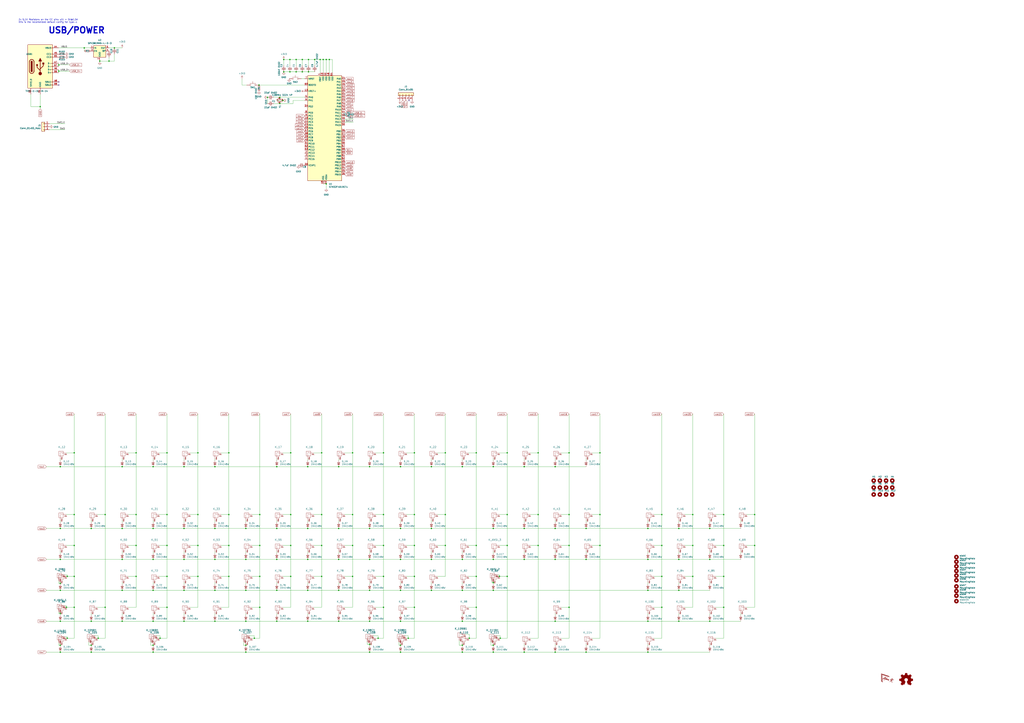
<source format=kicad_sch>
(kicad_sch (version 20230121) (generator eeschema)
  (paper "A1")
  (junction (at 328.93 459.74))
  (junction (at 131.445 524.51))
  (junction (at 467.36 372.11))
  (junction (at 594.36 473.71))
  (junction (at 328.93 383.54))
  (junction (at 227.33 485.14))
  (junction (at 416.56 473.71))
  (junction (at 125.73 485.14))
  (junction (at 391.16 473.71))
  (junction (at 233.045 48.895))
  (junction (at 162.56 473.71))
  (junction (at 176.53 383.54))
  (junction (at 568.96 422.91))
  (junction (at 125.73 383.54))
  (junction (at 238.76 473.71))
  (junction (at 201.93 510.54))
  (junction (at 303.53 510.54))
  (junction (at 201.93 434.34))
  (junction (at 405.13 530.225))
  (junction (at 328.93 530.225))
  (junction (at 543.56 499.11))
  (junction (at 270.51 48.895))
  (junction (at 55.245 524.51))
  (junction (at 303.53 459.74))
  (junction (at 229.87 80.01))
  (junction (at 289.56 372.11))
  (junction (at 262.89 48.895))
  (junction (at 60.96 473.71))
  (junction (at 49.53 434.34))
  (junction (at 328.93 485.14))
  (junction (at 49.53 479.425))
  (junction (at 213.36 448.31))
  (junction (at 557.53 510.54))
  (junction (at 48.26 58.42))
  (junction (at 328.93 535.94))
  (junction (at 354.33 485.14))
  (junction (at 48.26 53.34))
  (junction (at 340.36 422.91))
  (junction (at 557.53 459.74))
  (junction (at 379.73 459.74))
  (junction (at 379.73 530.225))
  (junction (at 176.53 434.34))
  (junction (at 455.93 459.74))
  (junction (at 385.445 524.51))
  (junction (at 365.76 422.91))
  (junction (at 219.71 80.01))
  (junction (at 213.36 499.11))
  (junction (at 33.02 87.63))
  (junction (at 100.33 510.54))
  (junction (at 187.96 372.11))
  (junction (at 238.125 48.895))
  (junction (at 60.96 499.11))
  (junction (at 213.36 422.91))
  (junction (at 619.76 422.91))
  (junction (at 49.53 485.14))
  (junction (at 455.93 434.34))
  (junction (at 137.16 372.11))
  (junction (at 430.53 459.74))
  (junction (at 314.96 473.71))
  (junction (at 201.93 530.225))
  (junction (at 125.73 535.94))
  (junction (at 340.36 448.31))
  (junction (at 354.33 383.54))
  (junction (at 594.36 448.31))
  (junction (at 532.13 459.74))
  (junction (at 532.13 535.94))
  (junction (at 151.13 510.54))
  (junction (at 314.96 499.11))
  (junction (at 232.41 82.55))
  (junction (at 125.73 530.225))
  (junction (at 89.535 50.165))
  (junction (at 137.16 473.71))
  (junction (at 151.13 434.34))
  (junction (at 467.36 499.11))
  (junction (at 354.33 434.34))
  (junction (at 208.915 524.51))
  (junction (at 162.56 372.11))
  (junction (at 227.33 434.34))
  (junction (at 557.53 485.14))
  (junction (at 233.045 59.055))
  (junction (at 416.56 422.91))
  (junction (at 455.93 383.54))
  (junction (at 619.76 448.31))
  (junction (at 201.93 535.94))
  (junction (at 405.13 478.79))
  (junction (at 568.96 473.71))
  (junction (at 582.93 459.74))
  (junction (at 582.93 510.54))
  (junction (at 467.36 422.91))
  (junction (at 492.76 422.91))
  (junction (at 582.93 434.34))
  (junction (at 60.96 372.11))
  (junction (at 303.53 383.54))
  (junction (at 201.93 485.14))
  (junction (at 69.215 39.37))
  (junction (at 100.33 383.54))
  (junction (at 416.56 372.11))
  (junction (at 405.13 459.74))
  (junction (at 405.13 485.14))
  (junction (at 176.53 485.14))
  (junction (at 49.53 383.54))
  (junction (at 303.53 434.34))
  (junction (at 289.56 473.71))
  (junction (at 278.13 485.14))
  (junction (at 594.36 499.11))
  (junction (at 49.53 510.54))
  (junction (at 441.96 422.91))
  (junction (at 314.96 372.11))
  (junction (at 328.93 434.34))
  (junction (at 410.845 524.51))
  (junction (at 264.16 372.11))
  (junction (at 187.96 448.31))
  (junction (at 74.93 535.94))
  (junction (at 151.13 459.74))
  (junction (at 49.53 459.74))
  (junction (at 238.76 422.91))
  (junction (at 430.53 535.94))
  (junction (at 125.73 434.34))
  (junction (at 111.76 422.91))
  (junction (at 176.53 510.54))
  (junction (at 391.16 499.11))
  (junction (at 543.56 422.91))
  (junction (at 354.33 459.74))
  (junction (at 267.97 151.13))
  (junction (at 213.36 473.71))
  (junction (at 93.98 39.37))
  (junction (at 151.13 485.14))
  (junction (at 187.96 422.91))
  (junction (at 264.16 473.71))
  (junction (at 176.53 459.74))
  (junction (at 328.93 510.54))
  (junction (at 278.13 383.54))
  (junction (at 86.36 422.91))
  (junction (at 532.13 510.54))
  (junction (at 335.28 524.51))
  (junction (at 252.73 434.34))
  (junction (at 492.76 448.31))
  (junction (at 54.61 499.11))
  (junction (at 568.96 448.31))
  (junction (at 86.36 499.11))
  (junction (at 238.76 448.31))
  (junction (at 314.96 448.31))
  (junction (at 430.53 383.54))
  (junction (at 253.365 59.055))
  (junction (at 125.73 510.54))
  (junction (at 365.76 448.31))
  (junction (at 162.56 422.91))
  (junction (at 303.53 535.94))
  (junction (at 455.93 510.54))
  (junction (at 253.365 48.895))
  (junction (at 212.725 69.85))
  (junction (at 243.205 59.055))
  (junction (at 543.56 473.71))
  (junction (at 137.16 499.11))
  (junction (at 137.16 422.91))
  (junction (at 289.56 422.91))
  (junction (at 227.33 383.54))
  (junction (at 314.96 422.91))
  (junction (at 252.73 383.54))
  (junction (at 391.16 372.11))
  (junction (at 405.13 383.54))
  (junction (at 162.56 448.31))
  (junction (at 467.36 448.31))
  (junction (at 310.515 524.51))
  (junction (at 81.915 50.165))
  (junction (at 289.56 448.31))
  (junction (at 267.97 48.895))
  (junction (at 340.36 499.11))
  (junction (at 74.93 530.225))
  (junction (at 111.76 473.71))
  (junction (at 238.125 59.055))
  (junction (at 492.76 372.11))
  (junction (at 391.16 448.31))
  (junction (at 278.13 459.74))
  (junction (at 258.445 48.895))
  (junction (at 49.53 530.225))
  (junction (at 379.73 485.14))
  (junction (at 49.53 504.19))
  (junction (at 405.13 535.94))
  (junction (at 340.36 372.11))
  (junction (at 532.13 485.14))
  (junction (at 74.93 434.34))
  (junction (at 100.33 459.74))
  (junction (at 303.53 529.59))
  (junction (at 100.33 485.14))
  (junction (at 481.33 459.74))
  (junction (at 238.76 372.11))
  (junction (at 481.33 535.94))
  (junction (at 278.13 510.54))
  (junction (at 227.33 459.74))
  (junction (at 151.13 383.54))
  (junction (at 264.16 422.91))
  (junction (at 227.33 510.54))
  (junction (at 264.16 448.31))
  (junction (at 248.285 59.055))
  (junction (at 594.36 422.91))
  (junction (at 125.73 459.74))
  (junction (at 201.93 459.74))
  (junction (at 441.96 448.31))
  (junction (at 441.96 372.11))
  (junction (at 410.21 473.71))
  (junction (at 278.13 434.34))
  (junction (at 80.645 524.51))
  (junction (at 55.245 473.71))
  (junction (at 111.76 448.31))
  (junction (at 365.76 372.11))
  (junction (at 557.53 434.34))
  (junction (at 405.13 434.34))
  (junction (at 229.87 85.09))
  (junction (at 187.96 473.71))
  (junction (at 252.73 510.54))
  (junction (at 111.76 372.11))
  (junction (at 49.53 535.94))
  (junction (at 340.36 473.71))
  (junction (at 248.285 48.895))
  (junction (at 243.205 48.895))
  (junction (at 416.56 448.31))
  (junction (at 60.96 422.91))
  (junction (at 532.13 434.34))
  (junction (at 481.33 434.34))
  (junction (at 430.53 434.34))
  (junction (at 379.73 535.94))
  (junction (at 303.53 485.14))
  (junction (at 252.73 459.74))
  (junction (at 100.33 434.34))
  (junction (at 543.56 448.31))
  (junction (at 265.43 48.895))
  (junction (at 137.16 448.31))
  (junction (at 60.96 448.31))
  (junction (at 252.73 485.14))
  (junction (at 455.93 535.94))
  (junction (at 379.73 510.54))
  (junction (at 379.73 383.54))
  (junction (at 74.93 510.54))
  (no_connect (at 48.26 67.31))
  (no_connect (at 335.915 82.55))
  (no_connect (at 48.26 69.85))
  (wire (pts (xy 264.16 448.31) (xy 264.16 422.91)))
  (wire (pts (xy 385.445 524.51) (xy 391.16 524.51)))
  (wire (pts (xy 557.53 434.34) (xy 582.93 434.34)))
  (wire (pts (xy 486.41 422.91) (xy 492.76 422.91)))
  (wire (pts (xy 176.53 510.54) (xy 201.93 510.54)))
  (wire (pts (xy 74.93 530.225) (xy 74.93 530.86)))
  (wire (pts (xy 588.01 499.11) (xy 594.36 499.11)))
  (wire (pts (xy 461.01 448.31) (xy 467.36 448.31)))
  (wire (pts (xy 557.53 510.54) (xy 582.93 510.54)))
  (wire (pts (xy 303.53 427.99) (xy 303.53 429.26)))
  (wire (pts (xy 416.56 372.11) (xy 416.56 340.36)))
  (wire (pts (xy 403.225 530.225) (xy 405.13 530.225)))
  (wire (pts (xy 176.53 453.39) (xy 176.53 454.66)))
  (wire (pts (xy 151.13 434.34) (xy 176.53 434.34)))
  (wire (pts (xy 328.93 459.74) (xy 354.33 459.74)))
  (wire (pts (xy 379.73 459.74) (xy 405.13 459.74)))
  (wire (pts (xy 80.01 422.91) (xy 86.36 422.91)))
  (wire (pts (xy 253.365 48.895) (xy 258.445 48.895)))
  (wire (pts (xy 232.41 499.11) (xy 238.76 499.11)))
  (wire (pts (xy 25.4 77.47) (xy 25.4 87.63)))
  (wire (pts (xy 252.73 453.39) (xy 252.73 454.66)))
  (wire (pts (xy 410.21 448.31) (xy 416.56 448.31)))
  (wire (pts (xy 201.93 427.99) (xy 201.93 429.26)))
  (wire (pts (xy 492.76 372.11) (xy 492.76 422.91)))
  (wire (pts (xy 49.53 504.19) (xy 49.53 505.46)))
  (wire (pts (xy 481.33 427.99) (xy 481.33 429.26)))
  (wire (pts (xy 207.01 499.11) (xy 213.36 499.11)))
  (wire (pts (xy 238.76 372.11) (xy 238.76 422.91)))
  (wire (pts (xy 232.41 448.31) (xy 238.76 448.31)))
  (wire (pts (xy 207.01 524.51) (xy 208.915 524.51)))
  (wire (pts (xy 248.285 59.055) (xy 253.365 59.055)))
  (wire (pts (xy 49.53 529.59) (xy 49.53 530.225)))
  (wire (pts (xy 38.1 434.34) (xy 49.53 434.34)))
  (wire (pts (xy 303.53 529.59) (xy 303.53 530.86)))
  (wire (pts (xy 137.16 499.11) (xy 137.16 473.71)))
  (wire (pts (xy 379.73 383.54) (xy 405.13 383.54)))
  (wire (pts (xy 278.13 383.54) (xy 303.53 383.54)))
  (wire (pts (xy 430.53 427.99) (xy 430.53 429.26)))
  (wire (pts (xy 379.73 529.59) (xy 379.73 530.225)))
  (wire (pts (xy 557.53 453.39) (xy 557.53 454.66)))
  (wire (pts (xy 467.36 340.36) (xy 467.36 372.11)))
  (wire (pts (xy 49.53 479.425) (xy 49.53 480.06)))
  (wire (pts (xy 382.27 521.335) (xy 385.445 521.335)))
  (wire (pts (xy 240.665 85.09) (xy 240.665 82.55)))
  (wire (pts (xy 289.56 499.11) (xy 289.56 473.71)))
  (wire (pts (xy 181.61 473.71) (xy 187.96 473.71)))
  (wire (pts (xy 340.36 448.31) (xy 340.36 422.91)))
  (wire (pts (xy 125.73 427.99) (xy 125.73 429.26)))
  (wire (pts (xy 537.21 499.11) (xy 543.56 499.11)))
  (wire (pts (xy 49.53 535.94) (xy 74.93 535.94)))
  (wire (pts (xy 125.73 377.19) (xy 125.73 378.46)))
  (wire (pts (xy 408.305 522.605) (xy 410.845 522.605)))
  (wire (pts (xy 264.16 499.11) (xy 264.16 473.71)))
  (wire (pts (xy 455.93 434.34) (xy 481.33 434.34)))
  (wire (pts (xy 613.41 499.11) (xy 619.76 499.11)))
  (wire (pts (xy 38.1 485.14) (xy 49.53 485.14)))
  (wire (pts (xy 354.33 453.39) (xy 354.33 454.66)))
  (wire (pts (xy 111.76 473.71) (xy 111.76 448.31)))
  (wire (pts (xy 543.56 422.91) (xy 543.56 448.31)))
  (wire (pts (xy 328.93 434.34) (xy 354.33 434.34)))
  (wire (pts (xy 410.845 522.605) (xy 410.845 524.51)))
  (wire (pts (xy 289.56 92.71) (xy 288.925 92.71)))
  (wire (pts (xy 74.93 504.19) (xy 74.93 505.46)))
  (wire (pts (xy 379.73 530.225) (xy 379.73 530.86)))
  (wire (pts (xy 334.01 448.31) (xy 340.36 448.31)))
  (wire (pts (xy 100.33 434.34) (xy 125.73 434.34)))
  (wire (pts (xy 100.33 427.99) (xy 100.33 429.26)))
  (wire (pts (xy 290.195 100.33) (xy 283.21 100.33)))
  (wire (pts (xy 278.13 427.99) (xy 278.13 429.26)))
  (wire (pts (xy 100.33 504.19) (xy 100.33 505.46)))
  (wire (pts (xy 403.86 477.52) (xy 403.86 478.79)))
  (wire (pts (xy 60.96 499.11) (xy 60.96 473.71)))
  (wire (pts (xy 238.76 499.11) (xy 238.76 473.71)))
  (wire (pts (xy 582.93 529.59) (xy 582.93 530.86)))
  (wire (pts (xy 240.665 82.55) (xy 250.19 82.55)))
  (wire (pts (xy 328.93 535.94) (xy 379.73 535.94)))
  (wire (pts (xy 532.13 535.94) (xy 582.93 535.94)))
  (wire (pts (xy 125.73 530.225) (xy 125.73 530.86)))
  (wire (pts (xy 354.33 459.74) (xy 379.73 459.74)))
  (wire (pts (xy 207.01 473.71) (xy 213.36 473.71)))
  (wire (pts (xy 264.16 340.36) (xy 264.16 372.11)))
  (wire (pts (xy 273.05 59.69) (xy 273.05 48.895)))
  (wire (pts (xy 252.73 434.34) (xy 278.13 434.34)))
  (wire (pts (xy 48.26 57.15) (xy 48.26 58.42)))
  (wire (pts (xy 262.89 59.69) (xy 262.89 48.895)))
  (wire (pts (xy 619.76 499.11) (xy 619.76 448.31)))
  (wire (pts (xy 227.33 434.34) (xy 252.73 434.34)))
  (wire (pts (xy 151.13 453.39) (xy 151.13 454.66)))
  (wire (pts (xy 48.26 58.42) (xy 48.26 59.69)))
  (wire (pts (xy 54.61 372.11) (xy 60.96 372.11)))
  (wire (pts (xy 130.81 524.51) (xy 131.445 524.51)))
  (wire (pts (xy 100.33 510.54) (xy 125.73 510.54)))
  (wire (pts (xy 151.13 478.79) (xy 151.13 480.06)))
  (wire (pts (xy 461.01 422.91) (xy 467.36 422.91)))
  (wire (pts (xy 73.025 527.685) (xy 73.025 530.225)))
  (wire (pts (xy 25.4 87.63) (xy 33.02 87.63)))
  (wire (pts (xy 430.53 535.94) (xy 455.93 535.94)))
  (wire (pts (xy 278.13 485.14) (xy 303.53 485.14)))
  (wire (pts (xy 201.93 459.74) (xy 227.33 459.74)))
  (wire (pts (xy 60.96 448.31) (xy 60.96 422.91)))
  (wire (pts (xy 303.53 383.54) (xy 328.93 383.54)))
  (wire (pts (xy 613.41 448.31) (xy 619.76 448.31)))
  (wire (pts (xy 125.73 453.39) (xy 125.73 454.66)))
  (wire (pts (xy 54.61 448.31) (xy 60.96 448.31)))
  (wire (pts (xy 405.13 485.14) (xy 532.13 485.14)))
  (wire (pts (xy 619.76 340.36) (xy 619.76 422.91)))
  (wire (pts (xy 55.245 524.51) (xy 60.96 524.51)))
  (wire (pts (xy 229.87 85.09) (xy 240.665 85.09)))
  (wire (pts (xy 125.73 529.59) (xy 125.73 530.225)))
  (wire (pts (xy 54.61 497.84) (xy 54.61 499.11)))
  (wire (pts (xy 384.81 499.11) (xy 391.16 499.11)))
  (wire (pts (xy 405.13 530.225) (xy 405.13 530.86)))
  (wire (pts (xy 283.21 473.71) (xy 289.56 473.71)))
  (wire (pts (xy 258.445 48.895) (xy 262.89 48.895)))
  (wire (pts (xy 562.61 473.71) (xy 568.96 473.71)))
  (wire (pts (xy 582.93 453.39) (xy 582.93 454.66)))
  (wire (pts (xy 130.81 499.11) (xy 137.16 499.11)))
  (wire (pts (xy 213.36 340.36) (xy 213.36 422.91)))
  (wire (pts (xy 492.76 448.31) (xy 492.76 422.91)))
  (wire (pts (xy 238.125 48.895) (xy 233.045 48.895)))
  (wire (pts (xy 60.96 473.71) (xy 60.96 448.31)))
  (wire (pts (xy 80.645 522.605) (xy 80.645 524.51)))
  (wire (pts (xy 201.93 535.94) (xy 303.53 535.94)))
  (wire (pts (xy 303.53 510.54) (xy 328.93 510.54)))
  (wire (pts (xy 38.1 459.74) (xy 49.53 459.74)))
  (wire (pts (xy 86.36 422.91) (xy 86.36 499.11)))
  (wire (pts (xy 486.41 524.51) (xy 492.76 524.51)))
  (wire (pts (xy 262.89 48.895) (xy 265.43 48.895)))
  (wire (pts (xy 49.53 530.225) (xy 49.53 530.86)))
  (wire (pts (xy 328.93 377.19) (xy 328.93 378.46)))
  (wire (pts (xy 405.13 529.59) (xy 405.13 530.225)))
  (wire (pts (xy 340.36 499.11) (xy 340.36 473.71)))
  (wire (pts (xy 227.33 383.54) (xy 252.73 383.54)))
  (wire (pts (xy 201.93 453.39) (xy 201.93 454.66)))
  (wire (pts (xy 53.34 106.68) (xy 40.64 106.68)))
  (wire (pts (xy 455.93 504.19) (xy 455.93 505.46)))
  (wire (pts (xy 532.13 478.79) (xy 532.13 480.06)))
  (wire (pts (xy 130.81 473.71) (xy 137.16 473.71)))
  (wire (pts (xy 283.21 422.91) (xy 289.56 422.91)))
  (wire (pts (xy 202.565 69.85) (xy 198.755 69.85)))
  (wire (pts (xy 81.915 50.8) (xy 81.915 50.165)))
  (wire (pts (xy 208.915 524.51) (xy 213.36 524.51)))
  (wire (pts (xy 568.96 473.71) (xy 568.96 448.31)))
  (wire (pts (xy 252.73 459.74) (xy 278.13 459.74)))
  (wire (pts (xy 403.225 527.685) (xy 403.225 530.225)))
  (wire (pts (xy 430.53 453.39) (xy 430.53 454.66)))
  (wire (pts (xy 335.28 522.605) (xy 335.28 524.51)))
  (wire (pts (xy 48.26 58.42) (xy 57.15 58.42)))
  (wire (pts (xy 334.01 473.71) (xy 340.36 473.71)))
  (wire (pts (xy 201.93 478.79) (xy 201.93 480.06)))
  (wire (pts (xy 334.01 422.91) (xy 340.36 422.91)))
  (wire (pts (xy 290.195 97.79) (xy 283.21 97.79)))
  (wire (pts (xy 198.755 69.85) (xy 198.755 64.77)))
  (wire (pts (xy 328.93 427.99) (xy 328.93 429.26)))
  (wire (pts (xy 408.94 472.44) (xy 410.21 472.44)))
  (wire (pts (xy 78.105 522.605) (xy 80.645 522.605)))
  (wire (pts (xy 543.56 499.11) (xy 543.56 473.71)))
  (wire (pts (xy 55.245 472.44) (xy 55.245 473.71)))
  (wire (pts (xy 267.97 151.13) (xy 267.97 154.94)))
  (wire (pts (xy 49.53 434.34) (xy 74.93 434.34)))
  (wire (pts (xy 532.13 434.34) (xy 557.53 434.34)))
  (wire (pts (xy 327.66 530.225) (xy 328.93 530.225)))
  (wire (pts (xy 213.36 499.11) (xy 213.36 473.71)))
  (wire (pts (xy 54.61 473.71) (xy 55.245 473.71)))
  (wire (pts (xy 354.33 377.19) (xy 354.33 378.46)))
  (wire (pts (xy 130.81 422.91) (xy 137.16 422.91)))
  (wire (pts (xy 594.36 524.51) (xy 594.36 499.11)))
  (wire (pts (xy 176.53 459.74) (xy 201.93 459.74)))
  (wire (pts (xy 416.56 473.71) (xy 416.56 448.31)))
  (wire (pts (xy 100.33 383.54) (xy 125.73 383.54)))
  (wire (pts (xy 467.36 499.11) (xy 467.36 448.31)))
  (wire (pts (xy 162.56 473.71) (xy 162.56 448.31)))
  (wire (pts (xy 54.61 524.51) (xy 55.245 524.51)))
  (wire (pts (xy 532.13 485.14) (xy 557.53 485.14)))
  (wire (pts (xy 568.96 340.36) (xy 568.96 422.91)))
  (wire (pts (xy 137.16 524.51) (xy 137.16 499.11)))
  (wire (pts (xy 303.53 478.79) (xy 303.53 480.06)))
  (wire (pts (xy 365.76 448.31) (xy 365.76 422.91)))
  (wire (pts (xy 328.93 510.54) (xy 379.73 510.54)))
  (wire (pts (xy 253.365 48.895) (xy 253.365 53.975)))
  (wire (pts (xy 201.93 485.14) (xy 227.33 485.14)))
  (wire (pts (xy 201.93 504.19) (xy 201.93 505.46)))
  (wire (pts (xy 86.36 524.51) (xy 86.36 499.11)))
  (wire (pts (xy 543.56 524.51) (xy 543.56 499.11)))
  (wire (pts (xy 181.61 422.91) (xy 187.96 422.91)))
  (wire (pts (xy 391.16 372.11) (xy 391.16 448.31)))
  (wire (pts (xy 267.97 48.895) (xy 270.51 48.895)))
  (wire (pts (xy 608.33 427.99) (xy 608.33 429.26)))
  (wire (pts (xy 340.36 372.11) (xy 340.36 340.36)))
  (wire (pts (xy 365.76 473.71) (xy 365.76 448.31)))
  (wire (pts (xy 227.33 453.39) (xy 227.33 454.66)))
  (wire (pts (xy 340.36 473.71) (xy 340.36 448.31)))
  (wire (pts (xy 308.61 372.11) (xy 314.96 372.11)))
  (wire (pts (xy 227.33 459.74) (xy 252.73 459.74)))
  (wire (pts (xy 100.33 478.79) (xy 100.33 480.06)))
  (wire (pts (xy 481.33 453.39) (xy 481.33 454.66)))
  (wire (pts (xy 557.53 427.99) (xy 557.53 429.26)))
  (wire (pts (xy 111.76 372.11) (xy 111.76 340.36)))
  (wire (pts (xy 151.13 510.54) (xy 176.53 510.54)))
  (wire (pts (xy 416.56 372.11) (xy 416.56 422.91)))
  (wire (pts (xy 588.01 473.71) (xy 594.36 473.71)))
  (wire (pts (xy 151.13 427.99) (xy 151.13 429.26)))
  (wire (pts (xy 187.96 372.11) (xy 187.96 422.91)))
  (wire (pts (xy 385.445 521.335) (xy 385.445 524.51)))
  (wire (pts (xy 227.33 427.99) (xy 227.33 429.26)))
  (wire (pts (xy 156.21 499.11) (xy 162.56 499.11)))
  (wire (pts (xy 492.76 524.51) (xy 492.76 448.31)))
  (wire (pts (xy 391.16 524.51) (xy 391.16 499.11)))
  (wire (pts (xy 301.625 529.59) (xy 303.53 529.59)))
  (wire (pts (xy 557.53 504.19) (xy 557.53 505.46)))
  (wire (pts (xy 48.26 502.92) (xy 48.26 504.19)))
  (wire (pts (xy 247.65 64.77) (xy 250.19 64.77)))
  (wire (pts (xy 49.53 453.39) (xy 49.53 454.66)))
  (wire (pts (xy 537.21 422.91) (xy 543.56 422.91)))
  (wire (pts (xy 441.96 448.31) (xy 441.96 422.91)))
  (wire (pts (xy 486.41 448.31) (xy 492.76 448.31)))
  (wire (pts (xy 441.96 372.11) (xy 441.96 422.91)))
  (wire (pts (xy 233.045 59.055) (xy 238.125 59.055)))
  (wire (pts (xy 619.76 422.91) (xy 619.76 448.31)))
  (wire (pts (xy 213.36 422.91) (xy 213.36 448.31)))
  (wire (pts (xy 283.21 499.11) (xy 289.56 499.11)))
  (wire (pts (xy 410.21 422.91) (xy 416.56 422.91)))
  (wire (pts (xy 455.93 535.94) (xy 481.33 535.94)))
  (wire (pts (xy 328.93 383.54) (xy 354.33 383.54)))
  (wire (pts (xy 257.81 499.11) (xy 264.16 499.11)))
  (wire (pts (xy 328.93 485.14) (xy 354.33 485.14)))
  (wire (pts (xy 243.205 48.895) (xy 243.205 53.975)))
  (wire (pts (xy 410.21 524.51) (xy 410.845 524.51)))
  (wire (pts (xy 48.26 479.425) (xy 49.53 479.425)))
  (wire (pts (xy 38.1 510.54) (xy 49.53 510.54)))
  (wire (pts (xy 137.16 473.71) (xy 137.16 448.31)))
  (wire (pts (xy 181.61 448.31) (xy 187.96 448.31)))
  (wire (pts (xy 105.41 473.71) (xy 111.76 473.71)))
  (wire (pts (xy 252.73 485.14) (xy 278.13 485.14)))
  (wire (pts (xy 93.98 44.45) (xy 93.98 50.165)))
  (wire (pts (xy 238.125 48.895) (xy 238.125 53.975)))
  (wire (pts (xy 391.16 372.11) (xy 391.16 340.36)))
  (wire (pts (xy 270.51 59.69) (xy 270.51 48.895)))
  (wire (pts (xy 303.53 459.74) (xy 328.93 459.74)))
  (wire (pts (xy 405.13 478.79) (xy 405.13 480.06)))
  (wire (pts (xy 543.56 473.71) (xy 543.56 448.31)))
  (wire (pts (xy 176.53 485.14) (xy 201.93 485.14)))
  (wire (pts (xy 562.61 422.91) (xy 568.96 422.91)))
  (wire (pts (xy 162.56 448.31) (xy 162.56 422.91)))
  (wire (pts (xy 54.61 499.11) (xy 60.96 499.11)))
  (wire (pts (xy 80.01 499.11) (xy 86.36 499.11)))
  (wire (pts (xy 74.93 434.34) (xy 100.33 434.34)))
  (wire (pts (xy 267.97 59.69) (xy 267.97 48.895)))
  (wire (pts (xy 74.93 535.94) (xy 125.73 535.94)))
  (wire (pts (xy 176.53 427.99) (xy 176.53 429.26)))
  (wire (pts (xy 430.53 377.19) (xy 430.53 378.46)))
  (wire (pts (xy 334.01 524.51) (xy 335.28 524.51)))
  (wire (pts (xy 151.13 377.19) (xy 151.13 378.46)))
  (wire (pts (xy 213.36 524.51) (xy 213.36 499.11)))
  (wire (pts (xy 377.19 530.225) (xy 379.73 530.225)))
  (wire (pts (xy 162.56 372.11) (xy 162.56 340.36)))
  (wire (pts (xy 481.33 434.34) (xy 532.13 434.34)))
  (wire (pts (xy 252.73 504.19) (xy 252.73 505.46)))
  (wire (pts (xy 562.61 499.11) (xy 568.96 499.11)))
  (wire (pts (xy 100.33 39.37) (xy 93.98 39.37)))
  (wire (pts (xy 100.33 453.39) (xy 100.33 454.66)))
  (wire (pts (xy 562.61 448.31) (xy 568.96 448.31)))
  (wire (pts (xy 405.13 434.34) (xy 430.53 434.34)))
  (wire (pts (xy 265.43 48.895) (xy 265.43 59.69)))
  (wire (pts (xy 410.21 472.44) (xy 410.21 473.71)))
  (wire (pts (xy 238.76 473.71) (xy 238.76 448.31)))
  (wire (pts (xy 328.93 504.19) (xy 328.93 505.46)))
  (wire (pts (xy 267.97 151.13) (xy 265.43 151.13)))
  (wire (pts (xy 151.13 485.14) (xy 176.53 485.14)))
  (wire (pts (xy 334.01 499.11) (xy 340.36 499.11)))
  (wire (pts (xy 257.81 448.31) (xy 264.16 448.31)))
  (wire (pts (xy 379.73 510.54) (xy 455.93 510.54)))
  (wire (pts (xy 359.41 473.71) (xy 365.76 473.71)))
  (wire (pts (xy 238.76 372.11) (xy 238.76 340.36)))
  (wire (pts (xy 156.21 448.31) (xy 162.56 448.31)))
  (wire (pts (xy 481.33 459.74) (xy 532.13 459.74)))
  (wire (pts (xy 201.93 530.225) (xy 201.93 530.86)))
  (wire (pts (xy 608.33 504.19) (xy 608.33 505.46)))
  (wire (pts (xy 137.16 340.36) (xy 137.16 372.11)))
  (wire (pts (xy 314.96 372.11) (xy 314.96 422.91)))
  (wire (pts (xy 455.93 459.74) (xy 481.33 459.74)))
  (wire (pts (xy 441.96 340.36) (xy 441.96 372.11)))
  (wire (pts (xy 314.96 372.11) (xy 314.96 340.36)))
  (wire (pts (xy 308.61 499.11) (xy 314.96 499.11)))
  (wire (pts (xy 181.61 499.11) (xy 187.96 499.11)))
  (wire (pts (xy 49.53 427.99) (xy 49.53 429.26)))
  (wire (pts (xy 227.33 377.19) (xy 227.33 378.46)))
  (wire (pts (xy 283.845 92.71) (xy 283.21 92.71)))
  (wire (pts (xy 81.915 50.165) (xy 81.915 49.53)))
  (wire (pts (xy 354.33 434.34) (xy 405.13 434.34)))
  (wire (pts (xy 379.73 453.39) (xy 379.73 454.66)))
  (wire (pts (xy 532.13 529.59) (xy 532.13 530.86)))
  (wire (pts (xy 582.93 478.79) (xy 582.93 480.06)))
  (wire (pts (xy 105.41 499.11) (xy 111.76 499.11)))
  (wire (pts (xy 289.56 95.25) (xy 288.925 95.25)))
  (wire (pts (xy 303.53 453.39) (xy 303.53 454.66)))
  (wire (pts (xy 205.105 522.605) (xy 208.915 522.605)))
  (wire (pts (xy 455.93 453.39) (xy 455.93 454.66)))
  (wire (pts (xy 467.36 372.11) (xy 467.36 422.91)))
  (wire (pts (xy 213.36 473.71) (xy 213.36 448.31)))
  (wire (pts (xy 543.56 340.36) (xy 543.56 422.91)))
  (wire (pts (xy 568.96 499.11) (xy 568.96 473.71)))
  (wire (pts (xy 69.215 41.91) (xy 69.215 39.37)))
  (wire (pts (xy 289.56 372.11) (xy 289.56 422.91)))
  (wire (pts (xy 49.53 485.14) (xy 100.33 485.14)))
  (wire (pts (xy 334.01 372.11) (xy 340.36 372.11)))
  (wire (pts (xy 125.73 535.94) (xy 201.93 535.94)))
  (wire (pts (xy 125.73 459.74) (xy 151.13 459.74)))
  (wire (pts (xy 201.93 510.54) (xy 227.33 510.54)))
  (wire (pts (xy 532.13 510.54) (xy 557.53 510.54)))
  (wire (pts (xy 278.13 377.19) (xy 278.13 378.46)))
  (wire (pts (xy 384.81 372.11) (xy 391.16 372.11)))
  (wire (pts (xy 359.41 372.11) (xy 365.76 372.11)))
  (wire (pts (xy 151.13 383.54) (xy 176.53 383.54)))
  (wire (pts (xy 532.13 459.74) (xy 557.53 459.74)))
  (wire (pts (xy 48.26 528.32) (xy 48.26 530.225)))
  (wire (pts (xy 156.21 422.91) (xy 162.56 422.91)))
  (wire (pts (xy 278.13 459.74) (xy 303.53 459.74)))
  (wire (pts (xy 100.33 459.74) (xy 125.73 459.74)))
  (wire (pts (xy 430.53 529.59) (xy 430.53 530.86)))
  (wire (pts (xy 354.33 485.14) (xy 379.73 485.14)))
  (wire (pts (xy 328.93 453.39) (xy 328.93 454.66)))
  (wire (pts (xy 314.96 524.51) (xy 314.96 499.11)))
  (wire (pts (xy 200.025 527.685) (xy 200.025 530.225)))
  (wire (pts (xy 105.41 372.11) (xy 111.76 372.11)))
  (wire (pts (xy 314.96 473.71) (xy 314.96 448.31)))
  (wire (pts (xy 613.41 422.91) (xy 619.76 422.91)))
  (wire (pts (xy 354.33 427.99) (xy 354.33 429.26)))
  (wire (pts (xy 125.73 504.19) (xy 125.73 505.46)))
  (wire (pts (xy 232.41 82.55) (xy 227.33 82.55)))
  (wire (pts (xy 461.01 499.11) (xy 467.36 499.11)))
  (wire (pts (xy 80.01 524.51) (xy 80.645 524.51)))
  (wire (pts (xy 532.13 427.99) (xy 532.13 429.26)))
  (wire (pts (xy 123.825 530.225) (xy 125.73 530.225)))
  (wire (pts (xy 461.01 372.11) (xy 467.36 372.11)))
  (wire (pts (xy 238.125 59.055) (xy 243.205 59.055)))
  (wire (pts (xy 308.61 473.71) (xy 314.96 473.71)))
  (wire (pts (xy 384.81 524.51) (xy 385.445 524.51)))
  (wire (pts (xy 73.025 530.225) (xy 74.93 530.225)))
  (wire (pts (xy 594.36 499.11) (xy 594.36 473.71)))
  (wire (pts (xy 588.01 448.31) (xy 594.36 448.31)))
  (wire (pts (xy 187.96 372.11) (xy 187.96 340.36)))
  (wire (pts (xy 455.93 383.54) (xy 481.33 383.54)))
  (wire (pts (xy 467.36 524.51) (xy 467.36 499.11)))
  (wire (pts (xy 435.61 524.51) (xy 441.96 524.51)))
  (wire (pts (xy 365.76 372.11) (xy 365.76 422.91)))
  (wire (pts (xy 405.13 383.54) (xy 430.53 383.54)))
  (wire (pts (xy 49.53 510.54) (xy 74.93 510.54)))
  (wire (pts (xy 38.1 535.94) (xy 49.53 535.94)))
  (wire (pts (xy 125.73 510.54) (xy 151.13 510.54)))
  (wire (pts (xy 227.33 510.54) (xy 252.73 510.54)))
  (wire (pts (xy 359.41 448.31) (xy 365.76 448.31)))
  (wire (pts (xy 410.845 524.51) (xy 416.56 524.51)))
  (wire (pts (xy 151.13 504.19) (xy 151.13 505.46)))
  (wire (pts (xy 532.13 504.19) (xy 532.13 505.46)))
  (wire (pts (xy 303.53 485.14) (xy 328.93 485.14)))
  (wire (pts (xy 176.53 434.34) (xy 201.93 434.34)))
  (wire (pts (xy 207.01 422.91) (xy 213.36 422.91)))
  (wire (pts (xy 162.56 499.11) (xy 162.56 473.71)))
  (wire (pts (xy 582.93 510.54) (xy 608.33 510.54)))
  (wire (pts (xy 224.79 80.01) (xy 229.87 80.01)))
  (wire (pts (xy 384.81 448.31) (xy 391.16 448.31)))
  (wire (pts (xy 594.36 340.36) (xy 594.36 422.91)))
  (wire (pts (xy 49.53 478.79) (xy 49.53 479.425)))
  (wire (pts (xy 176.53 478.79) (xy 176.53 480.06)))
  (wire (pts (xy 354.33 478.79) (xy 354.33 480.06)))
  (wire (pts (xy 224.79 85.09) (xy 229.87 85.09)))
  (wire (pts (xy 48.26 53.34) (xy 48.26 54.61)))
  (wire (pts (xy 253.365 59.055) (xy 258.445 59.055)))
  (wire (pts (xy 405.13 454.66) (xy 405.13 453.39)))
  (wire (pts (xy 48.26 39.37) (xy 69.215 39.37)))
  (wire (pts (xy 310.515 524.51) (xy 314.96 524.51)))
  (wire (pts (xy 252.73 478.79) (xy 252.73 480.06)))
  (wire (pts (xy 208.915 522.605) (xy 208.915 524.51)))
  (wire (pts (xy 537.21 448.31) (xy 543.56 448.31)))
  (wire (pts (xy 212.725 69.85) (xy 250.19 69.85)))
  (wire (pts (xy 105.41 448.31) (xy 111.76 448.31)))
  (wire (pts (xy 314.96 499.11) (xy 314.96 473.71)))
  (wire (pts (xy 405.13 427.99) (xy 405.13 429.26)))
  (wire (pts (xy 125.73 434.34) (xy 151.13 434.34)))
  (wire (pts (xy 60.96 372.11) (xy 60.96 422.91)))
  (wire (pts (xy 264.16 372.11) (xy 264.16 422.91)))
  (wire (pts (xy 156.21 372.11) (xy 162.56 372.11)))
  (wire (pts (xy 486.41 372.11) (xy 492.76 372.11)))
  (wire (pts (xy 48.26 53.34) (xy 57.15 53.34)))
  (wire (pts (xy 55.245 523.24) (xy 55.245 524.51)))
  (wire (pts (xy 405.13 535.94) (xy 430.53 535.94)))
  (wire (pts (xy 303.53 535.94) (xy 328.93 535.94)))
  (wire (pts (xy 232.41 422.91) (xy 238.76 422.91)))
  (wire (pts (xy 278.13 510.54) (xy 303.53 510.54)))
  (wire (pts (xy 100.33 485.14) (xy 125.73 485.14)))
  (wire (pts (xy 301.625 527.685) (xy 301.625 529.59)))
  (wire (pts (xy 100.33 377.19) (xy 100.33 378.46)))
  (wire (pts (xy 74.93 529.59) (xy 74.93 530.225)))
  (wire (pts (xy 278.13 504.19) (xy 278.13 505.46)))
  (wire (pts (xy 248.285 48.895) (xy 248.285 53.975)))
  (wire (pts (xy 176.53 383.54) (xy 227.33 383.54)))
  (wire (pts (xy 403.86 478.79) (xy 405.13 478.79)))
  (wire (pts (xy 264.16 473.71) (xy 264.16 448.31)))
  (wire (pts (xy 48.26 504.19) (xy 49.53 504.19)))
  (wire (pts (xy 588.01 524.51) (xy 594.36 524.51)))
  (wire (pts (xy 69.215 39.37) (xy 74.295 39.37)))
  (wire (pts (xy 48.26 530.225) (xy 49.53 530.225)))
  (wire (pts (xy 53.34 472.44) (xy 55.245 472.44)))
  (wire (pts (xy 340.36 524.51) (xy 340.36 499.11)))
  (wire (pts (xy 33.02 77.47) (xy 33.02 87.63)))
  (wire (pts (xy 405.13 459.74) (xy 430.53 459.74)))
  (wire (pts (xy 131.445 524.51) (xy 137.16 524.51)))
  (wire (pts (xy 455.93 529.59) (xy 455.93 530.86)))
  (wire (pts (xy 379.73 535.94) (xy 405.13 535.94)))
  (wire (pts (xy 582.93 434.34) (xy 608.33 434.34)))
  (wire (pts (xy 557.53 485.14) (xy 582.93 485.14)))
  (wire (pts (xy 435.61 422.91) (xy 441.96 422.91)))
  (wire (pts (xy 131.445 522.605) (xy 131.445 524.51)))
  (wire (pts (xy 455.93 510.54) (xy 532.13 510.54)))
  (wire (pts (xy 391.16 499.11) (xy 391.16 473.71)))
  (wire (pts (xy 328.93 478.79) (xy 328.93 480.06)))
  (wire (pts (xy 328.93 529.59) (xy 328.93 530.225)))
  (wire (pts (xy 238.76 448.31) (xy 238.76 422.91)))
  (wire (pts (xy 81.915 50.165) (xy 89.535 50.165)))
  (wire (pts (xy 328.93 530.225) (xy 328.93 530.86)))
  (wire (pts (xy 405.13 377.19) (xy 405.13 378.46)))
  (wire (pts (xy 257.81 372.11) (xy 264.16 372.11)))
  (wire (pts (xy 125.73 478.79) (xy 125.73 480.06)))
  (wire (pts (xy 252.73 377.19) (xy 252.73 378.46)))
  (wire (pts (xy 201.93 434.34) (xy 227.33 434.34)))
  (wire (pts (xy 270.51 48.895) (xy 273.05 48.895)))
  (wire (pts (xy 74.93 427.99) (xy 74.93 429.26)))
  (wire (pts (xy 283.845 95.25) (xy 283.21 95.25)))
  (wire (pts (xy 130.81 448.31) (xy 137.16 448.31)))
  (wire (pts (xy 588.01 422.91) (xy 594.36 422.91)))
  (wire (pts (xy 481.33 377.19) (xy 481.33 378.46)))
  (wire (pts (xy 379.73 478.79) (xy 379.73 480.06)))
  (wire (pts (xy 49.53 459.74) (xy 100.33 459.74)))
  (wire (pts (xy 289.56 473.71) (xy 289.56 448.31)))
  (wire (pts (xy 340.36 372.11) (xy 340.36 422.91)))
  (wire (pts (xy 89.535 39.37) (xy 93.98 39.37)))
  (wire (pts (xy 335.28 524.51) (xy 340.36 524.51)))
  (wire (pts (xy 568.96 422.91) (xy 568.96 448.31)))
  (wire (pts (xy 60.96 340.36) (xy 60.96 372.11)))
  (wire (pts (xy 252.73 427.99) (xy 252.73 429.26)))
  (wire (pts (xy 111.76 448.31) (xy 111.76 422.91)))
  (wire (pts (xy 384.81 473.71) (xy 391.16 473.71)))
  (wire (pts (xy 74.93 510.54) (xy 100.33 510.54)))
  (wire (pts (xy 176.53 377.19) (xy 176.53 378.46)))
  (wire (pts (xy 123.825 527.685) (xy 123.825 530.225)))
  (wire (pts (xy 461.01 524.51) (xy 467.36 524.51)))
  (wire (pts (xy 38.1 383.54) (xy 49.53 383.54)))
  (wire (pts (xy 359.41 422.91) (xy 365.76 422.91)))
  (wire (pts (xy 537.21 524.51) (xy 543.56 524.51)))
  (wire (pts (xy 53.34 523.24) (xy 55.245 523.24)))
  (wire (pts (xy 89.535 50.165) (xy 93.98 50.165)))
  (wire (pts (xy 283.21 372.11) (xy 289.56 372.11)))
  (wire (pts (xy 60.96 524.51) (xy 60.96 499.11)))
  (wire (pts (xy 435.61 448.31) (xy 441.96 448.31)))
  (wire (pts (xy 252.73 383.54) (xy 278.13 383.54)))
  (wire (pts (xy 89.535 50.165) (xy 89.535 46.99)))
  (wire (pts (xy 416.56 524.51) (xy 416.56 473.71)))
  (wire (pts (xy 455.93 377.19) (xy 455.93 378.46)))
  (wire (pts (xy 327.66 527.685) (xy 327.66 530.225)))
  (wire (pts (xy 40.64 101.6) (xy 53.34 101.6)))
  (wire (pts (xy 306.705 522.605) (xy 310.515 522.605)))
  (wire (pts (xy 80.645 524.51) (xy 86.36 524.51)))
  (wire (pts (xy 227.33 485.14) (xy 252.73 485.14)))
  (wire (pts (xy 48.26 52.07) (xy 48.26 53.34)))
  (wire (pts (xy 219.71 80.01) (xy 219.71 85.09)))
  (wire (pts (xy 265.43 48.895) (xy 267.97 48.895)))
  (wire (pts (xy 310.515 522.605) (xy 310.515 524.51)))
  (wire (pts (xy 354.33 383.54) (xy 379.73 383.54)))
  (wire (pts (xy 278.13 478.79) (xy 278.13 480.06)))
  (wire (pts (xy 481.33 535.94) (xy 532.13 535.94)))
  (wire (pts (xy 243.205 59.055) (xy 248.285 59.055)))
  (wire (pts (xy 128.905 522.605) (xy 131.445 522.605)))
  (wire (pts (xy 257.81 473.71) (xy 264.16 473.71)))
  (wire (pts (xy 283.21 448.31) (xy 289.56 448.31)))
  (wire (pts (xy 151.13 459.74) (xy 176.53 459.74)))
  (wire (pts (xy 410.21 473.71) (xy 416.56 473.71)))
  (wire (pts (xy 377.19 526.415) (xy 377.19 530.225)))
  (wire (pts (xy 532.13 453.39) (xy 532.13 454.66)))
  (wire (pts (xy 232.41 372.11) (xy 238.76 372.11)))
  (wire (pts (xy 481.33 529.59) (xy 481.33 530.86)))
  (wire (pts (xy 187.96 499.11) (xy 187.96 473.71)))
  (wire (pts (xy 537.21 473.71) (xy 543.56 473.71)))
  (wire (pts (xy 365.76 372.11) (xy 365.76 340.36)))
  (wire (pts (xy 435.61 372.11) (xy 441.96 372.11)))
  (wire (pts (xy 303.53 377.19) (xy 303.53 378.46)))
  (wire (pts (xy 130.81 372.11) (xy 137.16 372.11)))
  (wire (pts (xy 303.53 434.34) (xy 328.93 434.34)))
  (wire (pts (xy 308.61 448.31) (xy 314.96 448.31)))
  (wire (pts (xy 181.61 372.11) (xy 187.96 372.11)))
  (wire (pts (xy 253.365 48.895) (xy 248.285 48.895)))
  (wire (pts (xy 608.33 453.39) (xy 608.33 454.66)))
  (wire (pts (xy 278.13 453.39) (xy 278.13 454.66)))
  (wire (pts (xy 55.245 473.71) (xy 60.96 473.71)))
  (wire (pts (xy 200.025 530.225) (xy 201.93 530.225)))
  (wire (pts (xy 137.16 372.11) (xy 137.16 422.91)))
  (wire (pts (xy 49.53 377.19) (xy 49.53 378.46)))
  (wire (pts (xy 233.045 48.895) (xy 233.045 53.975)))
  (wire (pts (xy 86.36 340.36) (xy 86.36 422.91)))
  (wire (pts (xy 582.93 459.74) (xy 608.33 459.74)))
  (wire (pts (xy 430.53 434.34) (xy 455.93 434.34)))
  (wire (pts (xy 303.53 504.19) (xy 303.53 505.46)))
  (wire (pts (xy 187.96 473.71) (xy 187.96 448.31)))
  (wire (pts (xy 289.56 448.31) (xy 289.56 422.91)))
  (wire (pts (xy 227.33 478.79) (xy 227.33 480.06)))
  (wire (pts (xy 201.93 529.59) (xy 201.93 530.225)))
  (wire (pts (xy 557.53 478.79) (xy 557.53 480.06)))
  (wire (pts (xy 248.285 48.895) (xy 243.205 48.895)))
  (wire (pts (xy 379.73 377.19) (xy 379.73 378.46)))
  (wire (pts (xy 278.13 434.34) (xy 303.53 434.34)))
  (wire (pts (xy 332.74 522.605) (xy 335.28 522.605)))
  (wire (pts (xy 430.53 459.74) (xy 455.93 459.74)))
  (wire (pts (xy 33.02 89.535) (xy 33.02 87.63)))
  (wire (pts (xy 258.445 53.975) (xy 258.445 48.895)))
  (wire (pts (xy 391.16 473.71) (xy 391.16 448.31)))
  (wire (pts (xy 308.61 422.91) (xy 314.96 422.91)))
  (wire (pts (xy 125.73 485.14) (xy 151.13 485.14)))
  (wire (pts (xy 455.93 427.99) (xy 455.93 429.26)))
  (wire (pts (xy 492.76 340.36) (xy 492.76 372.11)))
  (wire (pts (xy 187.96 448.31) (xy 187.96 422.91)))
  (wire (pts (xy 53.34 497.84) (xy 54.61 497.84)))
  (wire (pts (xy 557.53 459.74) (xy 582.93 459.74)))
  (wire (pts (xy 111.76 499.11) (xy 111.76 473.71)))
  (wire (pts (xy 232.41 473.71) (xy 238.76 473.71)))
  (wire (pts (xy 582.93 427.99) (xy 582.93 429.26)))
  (wire (pts (xy 111.76 372.11) (xy 111.76 422.91)))
  (wire (pts (xy 582.93 504.19) (xy 582.93 505.46)))
  (wire (pts (xy 467.36 448.31) (xy 467.36 422.91)))
  (wire (pts (xy 229.87 80.01) (xy 250.19 80.01)))
  (wire (pts (xy 243.205 48.895) (xy 238.125 48.895)))
  (wire (pts (xy 176.53 504.19) (xy 176.53 505.46)))
  (wire (pts (xy 379.73 485.14) (xy 405.13 485.14)))
  (wire (pts (xy 430.53 383.54) (xy 455.93 383.54)))
  (wire (pts (xy 105.41 422.91) (xy 111.76 422.91)))
  (wire (pts (xy 49.53 383.54) (xy 100.33 383.54)))
  (wire (pts (xy 289.56 372.11) (xy 289.56 340.36)))
  (wire (pts (xy 594.36 473.71) (xy 594.36 448.31)))
  (wire (pts (xy 308.61 524.51) (xy 310.515 524.51)))
  (wire (pts (xy 594.36 422.91) (xy 594.36 448.31)))
  (wire (pts (xy 54.61 422.91) (xy 60.96 422.91)))
  (wire (pts (xy 137.16 448.31) (xy 137.16 422.91)))
  (wire (pts (xy 207.01 448.31) (xy 213.36 448.31)))
  (wire (pts (xy 156.21 473.71) (xy 162.56 473.71)))
  (wire (pts (xy 227.33 504.19) (xy 227.33 505.46)))
  (wire (pts (xy 410.21 372.11) (xy 416.56 372.11)))
  (wire (pts (xy 379.73 504.19) (xy 379.73 505.46)))
  (wire (pts (xy 314.96 448.31) (xy 314.96 422.91)))
  (wire (pts (xy 441.96 524.51) (xy 441.96 448.31)))
  (wire (pts (xy 257.81 422.91) (xy 264.16 422.91)))
  (wire (pts (xy 162.56 372.11) (xy 162.56 422.91)))
  (wire (pts (xy 125.73 383.54) (xy 151.13 383.54)))
  (wire (pts (xy 252.73 510.54) (xy 278.13 510.54)))
  (wire (pts (xy 48.26 477.52) (xy 48.26 479.425)))
  (wire (pts (xy 416.56 448.31) (xy 416.56 422.91)))
  (text "USB/POWER" (at 39.37 27.94 0) (effects (font (size 5.0038 5.0038) (thickness 1.0008) bold) (justify left bottom)))
  (text "2x 5.1K Resistors on the CC pins will = 5V@1.5A\nthis is the recomended default config for type-c" (at 15.24 19.05 0) (effects (font (size 1.27 1.27)) (justify left bottom)))
  (label "SWD" (at 53.34 106.68 180))
  (label "USB_D-" (at 49.53 53.34 0))
  (label "SWD" (at 290.195 97.79 180))
  (label "SWCLK" (at 53.34 101.6 180))
  (label "USB_D+" (at 49.53 58.42 0))
  (label "SWCLK" (at 290.195 100.33 180))
  (label "VBUS" (at 50.165 39.37 0))
  (global_label "col15" (shape input) (at 250.19 102.87 180) (property "Intersheetrefs" "${INTERSHEET_REFS}" (effects hide)))
  (global_label "col7" (shape input) (at 238.76 340.36 180) (property "Intersheetrefs" "${INTERSHEET_REFS}" (effects hide)))
  (global_label "col1" (shape input) (at 86.36 340.36 180) (property "Intersheetrefs" "${INTERSHEET_REFS}" (effects hide)))
  (global_label "col19" (shape input) (at 283.21 77.47 0) (property "Intersheetrefs" "${INTERSHEET_REFS}" (effects hide)))
  (global_label "col11" (shape input) (at 283.21 113.03 0) (property "Intersheetrefs" "${INTERSHEET_REFS}" (effects hide)))
  (global_label "row6" (shape input) (at 250.19 97.79 180) (property "Intersheetrefs" "${INTERSHEET_REFS}" (effects hide)))
  (global_label "col17" (shape input) (at 283.21 80.01 0) (property "Intersheetrefs" "${INTERSHEET_REFS}" (effects hide)))
  (global_label "USB_D-" (shape input) (at 289.56 92.71 0) (property "Intersheetrefs" "${INTERSHEET_REFS}" (effects hide)))
  (global_label "GND" (shape input) (at 33.02 89.535 270) (property "Intersheetrefs" "${INTERSHEET_REFS}" (effects hide)))
  (global_label "col10" (shape input) (at 314.96 340.36 180) (property "Intersheetrefs" "${INTERSHEET_REFS}" (effects hide)))
  (global_label "col13" (shape input) (at 283.21 107.95 0) (property "Intersheetrefs" "${INTERSHEET_REFS}" (effects hide)))
  (global_label "row6" (shape input) (at 38.1 510.54 180) (property "Intersheetrefs" "${INTERSHEET_REFS}" (effects hide)))
  (global_label "row3" (shape input) (at 38.1 434.34 180) (property "Intersheetrefs" "${INTERSHEET_REFS}" (effects hide)))
  (global_label "col9" (shape input) (at 289.56 340.36 180) (property "Intersheetrefs" "${INTERSHEET_REFS}" (effects hide)))
  (global_label "row7" (shape input) (at 38.1 535.94 180) (property "Intersheetrefs" "${INTERSHEET_REFS}" (effects hide)))
  (global_label "col4" (shape input) (at 162.56 340.36 180) (property "Intersheetrefs" "${INTERSHEET_REFS}" (effects hide)))
  (global_label "col14" (shape input) (at 250.19 105.41 180) (property "Intersheetrefs" "${INTERSHEET_REFS}" (effects hide)))
  (global_label "col2" (shape input) (at 250.19 115.57 180) (property "Intersheetrefs" "${INTERSHEET_REFS}" (effects hide)))
  (global_label "col9" (shape input) (at 283.21 135.89 0) (property "Intersheetrefs" "${INTERSHEET_REFS}" (effects hide)))
  (global_label "col3" (shape input) (at 250.19 113.03 180) (property "Intersheetrefs" "${INTERSHEET_REFS}" (effects hide)))
  (global_label "col21" (shape input) (at 594.36 340.36 180) (property "Intersheetrefs" "${INTERSHEET_REFS}" (effects hide)))
  (global_label "col14" (shape input) (at 416.56 340.36 180) (property "Intersheetrefs" "${INTERSHEET_REFS}" (effects hide)))
  (global_label "col8" (shape input) (at 283.21 138.43 0) (property "Intersheetrefs" "${INTERSHEET_REFS}" (effects hide)))
  (global_label "col16" (shape input) (at 467.36 340.36 180) (property "Intersheetrefs" "${INTERSHEET_REFS}" (effects hide)))
  (global_label "row5" (shape input) (at 38.1 485.14 180) (property "Intersheetrefs" "${INTERSHEET_REFS}" (effects hide)))
  (global_label "col0" (shape input) (at 283.21 87.63 0) (property "Intersheetrefs" "${INTERSHEET_REFS}" (effects hide)))
  (global_label "row4" (shape input) (at 38.1 459.74 180) (property "Intersheetrefs" "${INTERSHEET_REFS}" (effects hide)))
  (global_label "col8" (shape input) (at 264.16 340.36 180) (property "Intersheetrefs" "${INTERSHEET_REFS}" (effects hide)))
  (global_label "USB_D-" (shape input) (at 57.15 53.34 0) (property "Intersheetrefs" "${INTERSHEET_REFS}" (effects hide)))
  (global_label "USB_D+" (shape input) (at 289.56 95.25 0) (property "Intersheetrefs" "${INTERSHEET_REFS}" (effects hide)))
  (global_label "row4" (shape input) (at 283.21 64.77 0) (property "Intersheetrefs" "${INTERSHEET_REFS}" (effects hide)))
  (global_label "col16" (shape input) (at 283.21 82.55 0) (property "Intersheetrefs" "${INTERSHEET_REFS}" (effects hide)))
  (global_label "col22" (shape input) (at 619.76 340.36 180) (property "Intersheetrefs" "${INTERSHEET_REFS}" (effects hide)))
  (global_label "col20" (shape input) (at 568.96 340.36 180) (property "Intersheetrefs" "${INTERSHEET_REFS}" (effects hide)))
  (global_label "col21" (shape input) (at 283.21 72.39 0) (property "Intersheetrefs" "${INTERSHEET_REFS}" (effects hide)))
  (global_label "col2" (shape input) (at 111.76 340.36 180) (property "Intersheetrefs" "${INTERSHEET_REFS}" (effects hide)))
  (global_label "USB_D+" (shape input) (at 57.15 58.42 0) (property "Intersheetrefs" "${INTERSHEET_REFS}" (effects hide)))
  (global_label "row1" (shape input) (at 283.21 90.17 0) (property "Intersheetrefs" "${INTERSHEET_REFS}" (effects hide)))
  (global_label "col7" (shape input) (at 283.21 140.97 0) (property "Intersheetrefs" "${INTERSHEET_REFS}" (effects hide)))
  (global_label "row1" (shape input) (at 38.1 383.54 180) (property "Intersheetrefs" "${INTERSHEET_REFS}" (effects hide)))
  (global_label "col13" (shape input) (at 391.16 340.36 180) (property "Intersheetrefs" "${INTERSHEET_REFS}" (effects hide)))
  (global_label "col10" (shape input) (at 283.21 133.35 0) (property "Intersheetrefs" "${INTERSHEET_REFS}" (effects hide)))
  (global_label "SCL" (shape input) (at 333.375 82.55 270) (property "Intersheetrefs" "${INTERSHEET_REFS}" (effects hide)))
  (global_label "col6" (shape input) (at 213.36 340.36 180) (property "Intersheetrefs" "${INTERSHEET_REFS}" (effects hide)))
  (global_label "col22" (shape input) (at 283.21 69.85 0) (property "Intersheetrefs" "${INTERSHEET_REFS}" (effects hide)))
  (global_label "row3" (shape input) (at 283.21 67.31 0) (property "Intersheetrefs" "${INTERSHEET_REFS}" (effects hide)))
  (global_label "col17" (shape input) (at 492.76 340.36 180) (property "Intersheetrefs" "${INTERSHEET_REFS}" (effects hide)))
  (global_label "col4" (shape input) (at 250.19 110.49 180) (property "Intersheetrefs" "${INTERSHEET_REFS}" (effects hide)))
  (global_label "col12" (shape input) (at 283.21 110.49 0) (property "Intersheetrefs" "${INTERSHEET_REFS}" (effects hide)))
  (global_label "row5" (shape input) (at 250.19 100.33 180) (property "Intersheetrefs" "${INTERSHEET_REFS}" (effects hide)))
  (global_label "col6" (shape input) (at 283.21 143.51 0) (property "Intersheetrefs" "${INTERSHEET_REFS}" (effects hide)))
  (global_label "SCL" (shape input) (at 283.21 123.19 0) (property "Intersheetrefs" "${INTERSHEET_REFS}" (effects hide)))
  (global_label "SDA" (shape input) (at 330.835 82.55 270) (property "Intersheetrefs" "${INTERSHEET_REFS}" (effects hide)))
  (global_label "col5" (shape input) (at 250.19 107.95 180) (property "Intersheetrefs" "${INTERSHEET_REFS}" (effects hide)))
  (global_label "col11" (shape input) (at 340.36 340.36 180) (property "Intersheetrefs" "${INTERSHEET_REFS}" (effects hide)))
  (global_label "row7" (shape input) (at 250.19 95.25 180) (property "Intersheetrefs" "${INTERSHEET_REFS}" (effects hide)))
  (global_label "col20" (shape input) (at 283.21 74.93 0) (property "Intersheetrefs" "${INTERSHEET_REFS}" (effects hide)))
  (global_label "col3" (shape input) (at 137.16 340.36 180) (property "Intersheetrefs" "${INTERSHEET_REFS}" (effects hide)))
  (global_label "SDA" (shape input) (at 283.21 125.73 0) (property "Intersheetrefs" "${INTERSHEET_REFS}" (effects hide)))
  (global_label "col0" (shape input) (at 60.96 340.36 180) (property "Intersheetrefs" "${INTERSHEET_REFS}" (effects hide)))
  (global_label "col12" (shape input) (at 365.76 340.36 180) (property "Intersheetrefs" "${INTERSHEET_REFS}" (effects hide)))
  (global_label "col19" (shape input) (at 543.56 340.36 180) (property "Intersheetrefs" "${INTERSHEET_REFS}" (effects hide)))
  (global_label "col15" (shape input) (at 441.96 340.36 180) (property "Intersheetrefs" "${INTERSHEET_REFS}" (effects hide)))
  (global_label "col5" (shape input) (at 187.96 340.36 180) (property "Intersheetrefs" "${INTERSHEET_REFS}" (effects hide)))
  (global_label "col1" (shape input) (at 283.21 85.09 0) (property "Intersheetrefs" "${INTERSHEET_REFS}" (effects hide)))
  (symbol (lib_id "Device:D_Small") (at 49.53 381 90) (unit 1)
    (property "Reference" "D_12" (at 52.07 379.222 90) (effects (justify right)))
    (property "Value" "1N4148W" (at 52.07 381.508 90) (effects (justify right)))
    (property "Footprint" "Diode_SMD:D_SOD-123" (effects hide))
  )
  (symbol (lib_id "MX_Alps_Hybrid:MX-NoLED") (at 50.8 373.38 0) (unit 1)
    (property "Reference" "K_12" (at 50.8 367.4618 0) (effects (font (size 1.524 1.524))))
    (property "Value" "KEYSW" (effects hide))
    (property "Footprint" "MX_Only:MXOnly-1U-NoLED" (effects hide))
  )
  (symbol (lib_id "Device:D_Small") (at 100.33 381 90) (unit 1)
    (property "Reference" "D_13" (at 102.87 379.222 90) (effects (justify right)))
    (property "Value" "1N4148W" (at 102.87 381.508 90) (effects (justify right)))
    (property "Footprint" "Diode_SMD:D_SOD-123" (effects hide))
  )
  (symbol (lib_id "MX_Alps_Hybrid:MX-NoLED") (at 101.6 373.38 0) (unit 1)
    (property "Reference" "K_13" (at 101.6 367.4618 0) (effects (font (size 1.524 1.524))))
    (property "Value" "KEYSW" (effects hide))
    (property "Footprint" "MX_Only:MXOnly-1U-NoLED" (effects hide))
  )
  (symbol (lib_id "Device:D_Small") (at 125.73 381 90) (unit 1)
    (property "Reference" "D_14" (at 128.27 379.222 90) (effects (justify right)))
    (property "Value" "1N4148W" (at 128.27 381.508 90) (effects (justify right)))
    (property "Footprint" "Diode_SMD:D_SOD-123" (effects hide))
  )
  (symbol (lib_id "MX_Alps_Hybrid:MX-NoLED") (at 127 373.38 0) (unit 1)
    (property "Reference" "K_14" (at 127 367.4618 0) (effects (font (size 1.524 1.524))))
    (property "Value" "KEYSW" (effects hide))
    (property "Footprint" "MX_Only:MXOnly-1U-NoLED" (effects hide))
  )
  (symbol (lib_id "Device:D_Small") (at 151.13 381 90) (unit 1)
    (property "Reference" "D_15" (at 153.67 379.222 90) (effects (justify right)))
    (property "Value" "1N4148W" (at 153.67 381.508 90) (effects (justify right)))
    (property "Footprint" "Diode_SMD:D_SOD-123" (effects hide))
  )
  (symbol (lib_id "MX_Alps_Hybrid:MX-NoLED") (at 152.4 373.38 0) (unit 1)
    (property "Reference" "K_15" (at 152.4 367.4618 0) (effects (font (size 1.524 1.524))))
    (property "Value" "KEYSW" (effects hide))
    (property "Footprint" "MX_Only:MXOnly-1U-NoLED" (effects hide))
  )
  (symbol (lib_id "Device:D_Small") (at 176.53 381 90) (unit 1)
    (property "Reference" "D_16" (at 179.07 379.222 90) (effects (justify right)))
    (property "Value" "1N4148W" (at 179.07 381.508 90) (effects (justify right)))
    (property "Footprint" "Diode_SMD:D_SOD-123" (effects hide))
  )
  (symbol (lib_id "MX_Alps_Hybrid:MX-NoLED") (at 177.8 373.38 0) (unit 1)
    (property "Reference" "K_16" (at 177.8 367.4618 0) (effects (font (size 1.524 1.524))))
    (property "Value" "KEYSW" (effects hide))
    (property "Footprint" "MX_Only:MXOnly-1U-NoLED" (effects hide))
  )
  (symbol (lib_id "Device:D_Small") (at 227.33 381 90) (unit 1)
    (property "Reference" "D_17" (at 229.87 379.222 90) (effects (justify right)))
    (property "Value" "1N4148W" (at 229.87 381.508 90) (effects (justify right)))
    (property "Footprint" "Diode_SMD:D_SOD-123" (effects hide))
  )
  (symbol (lib_id "MX_Alps_Hybrid:MX-NoLED") (at 228.6 373.38 0) (unit 1)
    (property "Reference" "K_17" (at 228.6 367.4618 0) (effects (font (size 1.524 1.524))))
    (property "Value" "KEYSW" (effects hide))
    (property "Footprint" "MX_Only:MXOnly-1U-NoLED" (effects hide))
  )
  (symbol (lib_id "Device:D_Small") (at 252.73 381 90) (unit 1)
    (property "Reference" "D_18" (at 255.27 379.222 90) (effects (justify right)))
    (property "Value" "1N4148W" (at 255.27 381.508 90) (effects (justify right)))
    (property "Footprint" "Diode_SMD:D_SOD-123" (effects hide))
  )
  (symbol (lib_id "MX_Alps_Hybrid:MX-NoLED") (at 254 373.38 0) (unit 1)
    (property "Reference" "K_18" (at 254 367.4618 0) (effects (font (size 1.524 1.524))))
    (property "Value" "KEYSW" (effects hide))
    (property "Footprint" "MX_Only:MXOnly-1U-NoLED" (effects hide))
  )
  (symbol (lib_id "Device:D_Small") (at 278.13 381 90) (unit 1)
    (property "Reference" "D_19" (at 280.67 379.222 90) (effects (justify right)))
    (property "Value" "1N4148W" (at 280.67 381.508 90) (effects (justify right)))
    (property "Footprint" "Diode_SMD:D_SOD-123" (effects hide))
  )
  (symbol (lib_id "MX_Alps_Hybrid:MX-NoLED") (at 279.4 373.38 0) (unit 1)
    (property "Reference" "K_19" (at 279.4 367.4618 0) (effects (font (size 1.524 1.524))))
    (property "Value" "KEYSW" (effects hide))
    (property "Footprint" "MX_Only:MXOnly-1U-NoLED" (effects hide))
  )
  (symbol (lib_id "Device:D_Small") (at 303.53 381 90) (unit 1)
    (property "Reference" "D_20" (at 306.07 379.222 90) (effects (justify right)))
    (property "Value" "1N4148W" (at 306.07 381.508 90) (effects (justify right)))
    (property "Footprint" "Diode_SMD:D_SOD-123" (effects hide))
  )
  (symbol (lib_id "MX_Alps_Hybrid:MX-NoLED") (at 304.8 373.38 0) (unit 1)
    (property "Reference" "K_20" (at 304.8 367.4618 0) (effects (font (size 1.524 1.524))))
    (property "Value" "KEYSW" (effects hide))
    (property "Footprint" "MX_Only:MXOnly-1U-NoLED" (effects hide))
  )
  (symbol (lib_id "Device:D_Small") (at 328.93 381 90) (unit 1)
    (property "Reference" "D_21" (at 331.47 379.222 90) (effects (justify right)))
    (property "Value" "1N4148W" (at 331.47 381.508 90) (effects (justify right)))
    (property "Footprint" "Diode_SMD:D_SOD-123" (effects hide))
  )
  (symbol (lib_id "MX_Alps_Hybrid:MX-NoLED") (at 330.2 373.38 0) (unit 1)
    (property "Reference" "K_21" (at 330.2 367.4618 0) (effects (font (size 1.524 1.524))))
    (property "Value" "KEYSW" (effects hide))
    (property "Footprint" "MX_Only:MXOnly-1U-NoLED" (effects hide))
  )
  (symbol (lib_id "Device:D_Small") (at 354.33 381 90) (unit 1)
    (property "Reference" "D_22" (at 356.87 379.222 90) (effects (justify right)))
    (property "Value" "1N4148W" (at 356.87 381.508 90) (effects (justify right)))
    (property "Footprint" "Diode_SMD:D_SOD-123" (effects hide))
  )
  (symbol (lib_id "MX_Alps_Hybrid:MX-NoLED") (at 355.6 373.38 0) (unit 1)
    (property "Reference" "K_22" (at 355.6 367.4618 0) (effects (font (size 1.524 1.524))))
    (property "Value" "KEYSW" (effects hide))
    (property "Footprint" "MX_Only:MXOnly-1U-NoLED" (effects hide))
  )
  (symbol (lib_id "Device:D_Small") (at 379.73 381 90) (unit 1)
    (property "Reference" "D_23" (at 382.27 379.222 90) (effects (justify right)))
    (property "Value" "1N4148W" (at 382.27 381.508 90) (effects (justify right)))
    (property "Footprint" "Diode_SMD:D_SOD-123" (effects hide))
  )
  (symbol (lib_id "MX_Alps_Hybrid:MX-NoLED") (at 381 373.38 0) (unit 1)
    (property "Reference" "K_23" (at 381 367.4618 0) (effects (font (size 1.524 1.524))))
    (property "Value" "KEYSW" (effects hide))
    (property "Footprint" "MX_Only:MXOnly-1U-NoLED" (effects hide))
  )
  (symbol (lib_id "Device:D_Small") (at 405.13 381 90) (unit 1)
    (property "Reference" "D_24" (at 407.67 379.222 90) (effects (justify right)))
    (property "Value" "1N4148W" (at 407.67 381.508 90) (effects (justify right)))
    (property "Footprint" "Diode_SMD:D_SOD-123" (effects hide))
  )
  (symbol (lib_id "MX_Alps_Hybrid:MX-NoLED") (at 406.4 373.38 0) (unit 1)
    (property "Reference" "K_24" (at 406.4 367.4618 0) (effects (font (size 1.524 1.524))))
    (property "Value" "KEYSW" (effects hide))
    (property "Footprint" "MX_Only:MXOnly-1U-NoLED" (effects hide))
  )
  (symbol (lib_id "Device:D_Small") (at 430.53 381 90) (unit 1)
    (property "Reference" "D_25" (at 433.07 379.222 90) (effects (justify right)))
    (property "Value" "1N4148W" (at 433.07 381.508 90) (effects (justify right)))
    (property "Footprint" "Diode_SMD:D_SOD-123" (effects hide))
  )
  (symbol (lib_id "MX_Alps_Hybrid:MX-NoLED") (at 431.8 373.38 0) (unit 1)
    (property "Reference" "K_25" (at 431.8 367.4618 0) (effects (font (size 1.524 1.524))))
    (property "Value" "KEYSW" (effects hide))
    (property "Footprint" "MX_Only:MXOnly-1U-NoLED" (effects hide))
  )
  (symbol (lib_id "Device:D_Small") (at 455.93 381 90) (unit 1)
    (property "Reference" "D_26" (at 458.47 379.222 90) (effects (justify right)))
    (property "Value" "1N4148W" (at 458.47 381.508 90) (effects (justify right)))
    (property "Footprint" "Diode_SMD:D_SOD-123" (effects hide))
  )
  (symbol (lib_id "MX_Alps_Hybrid:MX-NoLED") (at 457.2 373.38 0) (unit 1)
    (property "Reference" "K_26" (at 457.2 367.4618 0) (effects (font (size 1.524 1.524))))
    (property "Value" "KEYSW" (effects hide))
    (property "Footprint" "MX_Only:MXOnly-1U-NoLED" (effects hide))
  )
  (symbol (lib_id "Device:D_Small") (at 481.33 381 90) (unit 1)
    (property "Reference" "D_27" (at 483.87 379.222 90) (effects (justify right)))
    (property "Value" "1N4148W" (at 483.87 381.508 90) (effects (justify right)))
    (property "Footprint" "Diode_SMD:D_SOD-123" (effects hide))
  )
  (symbol (lib_id "MX_Alps_Hybrid:MX-NoLED") (at 482.6 373.38 0) (unit 1)
    (property "Reference" "K_27" (at 482.6 367.4618 0) (effects (font (size 1.524 1.524))))
    (property "Value" "KEYSW" (effects hide))
    (property "Footprint" "MX_Only:MXOnly-1U-NoLED" (effects hide))
  )
  (symbol (lib_id "Device:D_Small") (at 49.53 431.8 90) (unit 1)
    (property "Reference" "D_28" (at 52.07 430.022 90) (effects (justify right)))
    (property "Value" "1N4148W" (at 52.07 432.308 90) (effects (justify right)))
    (property "Footprint" "Diode_SMD:D_SOD-123" (effects hide))
  )
  (symbol (lib_id "MX_Alps_Hybrid:MX-NoLED") (at 50.8 424.18 0) (unit 1)
    (property "Reference" "K_28" (at 50.8 418.2618 0) (effects (font (size 1.524 1.524))))
    (property "Value" "KEYSW" (effects hide))
    (property "Footprint" "MX_Only:MXOnly-1U-NoLED" (effects hide))
  )
  (symbol (lib_id "Device:D_Small") (at 74.93 431.8 90) (unit 1)
    (property "Reference" "D_29" (at 77.47 430.022 90) (effects (justify right)))
    (property "Value" "1N4148W" (at 77.47 432.308 90) (effects (justify right)))
    (property "Footprint" "Diode_SMD:D_SOD-123" (effects hide))
  )
  (symbol (lib_id "MX_Alps_Hybrid:MX-NoLED") (at 76.2 424.18 0) (unit 1)
    (property "Reference" "K_29" (at 76.2 418.2618 0) (effects (font (size 1.524 1.524))))
    (property "Value" "KEYSW" (effects hide))
    (property "Footprint" "MX_Only:MXOnly-1U-NoLED" (effects hide))
  )
  (symbol (lib_id "Device:D_Small") (at 100.33 431.8 90) (unit 1)
    (property "Reference" "D_30" (at 102.87 430.022 90) (effects (justify right)))
    (property "Value" "1N4148W" (at 102.87 432.308 90) (effects (justify right)))
    (property "Footprint" "Diode_SMD:D_SOD-123" (effects hide))
  )
  (symbol (lib_id "MX_Alps_Hybrid:MX-NoLED") (at 101.6 424.18 0) (unit 1)
    (property "Reference" "K_30" (at 101.6 418.2618 0) (effects (font (size 1.524 1.524))))
    (property "Value" "KEYSW" (effects hide))
    (property "Footprint" "MX_Only:MXOnly-1U-NoLED" (effects hide))
  )
  (symbol (lib_id "Device:D_Small") (at 125.73 431.8 90) (unit 1)
    (property "Reference" "D_31" (at 128.27 430.022 90) (effects (justify right)))
    (property "Value" "1N4148W" (at 128.27 432.308 90) (effects (justify right)))
    (property "Footprint" "Diode_SMD:D_SOD-123" (effects hide))
  )
  (symbol (lib_id "MX_Alps_Hybrid:MX-NoLED") (at 127 424.18 0) (unit 1)
    (property "Reference" "K_31" (at 127 418.2618 0) (effects (font (size 1.524 1.524))))
    (property "Value" "KEYSW" (effects hide))
    (property "Footprint" "MX_Only:MXOnly-1U-NoLED" (effects hide))
  )
  (symbol (lib_id "Device:D_Small") (at 151.13 431.8 90) (unit 1)
    (property "Reference" "D_32" (at 153.67 430.022 90) (effects (justify right)))
    (property "Value" "1N4148W" (at 153.67 432.308 90) (effects (justify right)))
    (property "Footprint" "Diode_SMD:D_SOD-123" (effects hide))
  )
  (symbol (lib_id "MX_Alps_Hybrid:MX-NoLED") (at 152.4 424.18 0) (unit 1)
    (property "Reference" "K_32" (at 152.4 418.2618 0) (effects (font (size 1.524 1.524))))
    (property "Value" "KEYSW" (effects hide))
    (property "Footprint" "MX_Only:MXOnly-1U-NoLED" (effects hide))
  )
  (symbol (lib_id "Device:D_Small") (at 176.53 431.8 90) (unit 1)
    (property "Reference" "D_33" (at 179.07 430.022 90) (effects (justify right)))
    (property "Value" "1N4148W" (at 179.07 432.308 90) (effects (justify right)))
    (property "Footprint" "Diode_SMD:D_SOD-123" (effects hide))
  )
  (symbol (lib_id "MX_Alps_Hybrid:MX-NoLED") (at 177.8 424.18 0) (unit 1)
    (property "Reference" "K_33" (at 177.8 418.2618 0) (effects (font (size 1.524 1.524))))
    (property "Value" "KEYSW" (effects hide))
    (property "Footprint" "MX_Only:MXOnly-1U-NoLED" (effects hide))
  )
  (symbol (lib_id "Device:D_Small") (at 201.93 431.8 90) (unit 1)
    (property "Reference" "D_34" (at 204.47 430.022 90) (effects (justify right)))
    (property "Value" "1N4148W" (at 204.47 432.308 90) (effects (justify right)))
    (property "Footprint" "Diode_SMD:D_SOD-123" (effects hide))
  )
  (symbol (lib_id "MX_Alps_Hybrid:MX-NoLED") (at 203.2 424.18 0) (unit 1)
    (property "Reference" "K_34" (at 203.2 418.2618 0) (effects (font (size 1.524 1.524))))
    (property "Value" "KEYSW" (effects hide))
    (property "Footprint" "MX_Only:MXOnly-1U-NoLED" (effects hide))
  )
  (symbol (lib_id "Device:D_Small") (at 227.33 431.8 90) (unit 1)
    (property "Reference" "D_35" (at 229.87 430.022 90) (effects (justify right)))
    (property "Value" "1N4148W" (at 229.87 432.308 90) (effects (justify right)))
    (property "Footprint" "Diode_SMD:D_SOD-123" (effects hide))
  )
  (symbol (lib_id "MX_Alps_Hybrid:MX-NoLED") (at 228.6 424.18 0) (unit 1)
    (property "Reference" "K_35" (at 228.6 418.2618 0) (effects (font (size 1.524 1.524))))
    (property "Value" "KEYSW" (effects hide))
    (property "Footprint" "MX_Only:MXOnly-1U-NoLED" (effects hide))
  )
  (symbol (lib_id "Device:D_Small") (at 252.73 431.8 90) (unit 1)
    (property "Reference" "D_36" (at 255.27 430.022 90) (effects (justify right)))
    (property "Value" "1N4148W" (at 255.27 432.308 90) (effects (justify right)))
    (property "Footprint" "Diode_SMD:D_SOD-123" (effects hide))
  )
  (symbol (lib_id "MX_Alps_Hybrid:MX-NoLED") (at 254 424.18 0) (unit 1)
    (property "Reference" "K_36" (at 254 418.2618 0) (effects (font (size 1.524 1.524))))
    (property "Value" "KEYSW" (effects hide))
    (property "Footprint" "MX_Only:MXOnly-1U-NoLED" (effects hide))
  )
  (symbol (lib_id "Device:D_Small") (at 278.13 431.8 90) (unit 1)
    (property "Reference" "D_37" (at 280.67 430.022 90) (effects (justify right)))
    (property "Value" "1N4148W" (at 280.67 432.308 90) (effects (justify right)))
    (property "Footprint" "Diode_SMD:D_SOD-123" (effects hide))
  )
  (symbol (lib_id "MX_Alps_Hybrid:MX-NoLED") (at 279.4 424.18 0) (unit 1)
    (property "Reference" "K_37" (at 279.4 418.2618 0) (effects (font (size 1.524 1.524))))
    (property "Value" "KEYSW" (effects hide))
    (property "Footprint" "MX_Only:MXOnly-1U-NoLED" (effects hide))
  )
  (symbol (lib_id "Device:D_Small") (at 303.53 431.8 90) (unit 1)
    (property "Reference" "D_38" (at 306.07 430.022 90) (effects (justify right)))
    (property "Value" "1N4148W" (at 306.07 432.308 90) (effects (justify right)))
    (property "Footprint" "Diode_SMD:D_SOD-123" (effects hide))
  )
  (symbol (lib_id "MX_Alps_Hybrid:MX-NoLED") (at 304.8 424.18 0) (unit 1)
    (property "Reference" "K_38" (at 304.8 418.2618 0) (effects (font (size 1.524 1.524))))
    (property "Value" "KEYSW" (effects hide))
    (property "Footprint" "MX_Only:MXOnly-1U-NoLED" (effects hide))
  )
  (symbol (lib_id "Device:D_Small") (at 328.93 431.8 90) (unit 1)
    (property "Reference" "D_39" (at 331.47 430.022 90) (effects (justify right)))
    (property "Value" "1N4148W" (at 331.47 432.308 90) (effects (justify right)))
    (property "Footprint" "Diode_SMD:D_SOD-123" (effects hide))
  )
  (symbol (lib_id "MX_Alps_Hybrid:MX-NoLED") (at 330.2 424.18 0) (unit 1)
    (property "Reference" "K_39" (at 330.2 418.2618 0) (effects (font (size 1.524 1.524))))
    (property "Value" "KEYSW" (effects hide))
    (property "Footprint" "MX_Only:MXOnly-1U-NoLED" (effects hide))
  )
  (symbol (lib_id "Device:D_Small") (at 354.33 431.8 90) (unit 1)
    (property "Reference" "D_40" (at 356.87 430.022 90) (effects (justify right)))
    (property "Value" "1N4148W" (at 356.87 432.308 90) (effects (justify right)))
    (property "Footprint" "Diode_SMD:D_SOD-123" (effects hide))
  )
  (symbol (lib_id "MX_Alps_Hybrid:MX-NoLED") (at 355.6 424.18 0) (unit 1)
    (property "Reference" "K_40" (at 355.6 418.2618 0) (effects (font (size 1.524 1.524))))
    (property "Value" "KEYSW" (effects hide))
    (property "Footprint" "MX_Only:MXOnly-1U-NoLED" (effects hide))
  )
  (symbol (lib_id "Device:D_Small") (at 405.13 431.8 90) (unit 1)
    (property "Reference" "D_41" (at 407.67 430.022 90) (effects (justify right)))
    (property "Value" "1N4148W" (at 407.67 432.308 90) (effects (justify right)))
    (property "Footprint" "Diode_SMD:D_SOD-123" (effects hide))
  )
  (symbol (lib_id "MX_Alps_Hybrid:MX-NoLED") (at 406.4 424.18 0) (unit 1)
    (property "Reference" "K_41" (at 406.4 418.2618 0) (effects (font (size 1.524 1.524))))
    (property "Value" "KEYSW" (effects hide))
    (property "Footprint" "MX_Only:MXOnly-1U-NoLED" (effects hide))
  )
  (symbol (lib_id "Device:D_Small") (at 430.53 431.8 90) (unit 1)
    (property "Reference" "D_42" (at 433.07 430.022 90) (effects (justify right)))
    (property "Value" "1N4148W" (at 433.07 432.308 90) (effects (justify right)))
    (property "Footprint" "Diode_SMD:D_SOD-123" (effects hide))
  )
  (symbol (lib_id "MX_Alps_Hybrid:MX-NoLED") (at 431.8 424.18 0) (unit 1)
    (property "Reference" "K_42" (at 431.8 418.2618 0) (effects (font (size 1.524 1.524))))
    (property "Value" "KEYSW" (effects hide))
    (property "Footprint" "MX_Only:MXOnly-1U-NoLED" (effects hide))
  )
  (symbol (lib_id "Device:D_Small") (at 455.93 431.8 90) (unit 1)
    (property "Reference" "D_43" (at 458.47 430.022 90) (effects (justify right)))
    (property "Value" "1N4148W" (at 458.47 432.308 90) (effects (justify right)))
    (property "Footprint" "Diode_SMD:D_SOD-123" (effects hide))
  )
  (symbol (lib_id "MX_Alps_Hybrid:MX-NoLED") (at 457.2 424.18 0) (unit 1)
    (property "Reference" "K_43" (at 457.2 418.2618 0) (effects (font (size 1.524 1.524))))
    (property "Value" "KEYSW" (effects hide))
    (property "Footprint" "MX_Only:MXOnly-1U-NoLED" (effects hide))
  )
  (symbol (lib_id "Device:D_Small") (at 481.33 431.8 90) (unit 1)
    (property "Reference" "D_44" (at 483.87 430.022 90) (effects (justify right)))
    (property "Value" "1N4148W" (at 483.87 432.308 90) (effects (justify right)))
    (property "Footprint" "Diode_SMD:D_SOD-123" (effects hide))
  )
  (symbol (lib_id "MX_Alps_Hybrid:MX-NoLED") (at 482.6 424.18 0) (unit 1)
    (property "Reference" "K_44" (at 482.6 418.2618 0) (effects (font (size 1.524 1.524))))
    (property "Value" "KEYSW" (effects hide))
    (property "Footprint" "MX_Only:MXOnly-1U-NoLED" (effects hide))
  )
  (symbol (lib_id "Device:D_Small") (at 532.13 431.8 90) (unit 1)
    (property "Reference" "D_45" (at 534.67 430.022 90) (effects (justify right)))
    (property "Value" "1N4148W" (at 534.67 432.308 90) (effects (justify right)))
    (property "Footprint" "Diode_SMD:D_SOD-123" (effects hide))
  )
  (symbol (lib_id "MX_Alps_Hybrid:MX-NoLED") (at 533.4 424.18 0) (unit 1)
    (property "Reference" "K_45" (at 533.4 418.2618 0) (effects (font (size 1.524 1.524))))
    (property "Value" "KEYSW" (effects hide))
    (property "Footprint" "MX_Only:MXOnly-1U-NoLED" (effects hide))
  )
  (symbol (lib_id "Device:D_Small") (at 557.53 431.8 90) (unit 1)
    (property "Reference" "D_46" (at 560.07 430.022 90) (effects (justify right)))
    (property "Value" "1N4148W" (at 560.07 432.308 90) (effects (justify right)))
    (property "Footprint" "Diode_SMD:D_SOD-123" (effects hide))
  )
  (symbol (lib_id "MX_Alps_Hybrid:MX-NoLED") (at 558.8 424.18 0) (unit 1)
    (property "Reference" "K_46" (at 558.8 418.2618 0) (effects (font (size 1.524 1.524))))
    (property "Value" "KEYSW" (effects hide))
    (property "Footprint" "MX_Only:MXOnly-1U-NoLED" (effects hide))
  )
  (symbol (lib_id "Device:D_Small") (at 582.93 431.8 90) (unit 1)
    (property "Reference" "D_47" (at 585.47 430.022 90) (effects (justify right)))
    (property "Value" "1N4148W" (at 585.47 432.308 90) (effects (justify right)))
    (property "Footprint" "Diode_SMD:D_SOD-123" (effects hide))
  )
  (symbol (lib_id "MX_Alps_Hybrid:MX-NoLED") (at 584.2 424.18 0) (unit 1)
    (property "Reference" "K_47" (at 584.2 418.2618 0) (effects (font (size 1.524 1.524))))
    (property "Value" "KEYSW" (effects hide))
    (property "Footprint" "MX_Only:MXOnly-1U-NoLED" (effects hide))
  )
  (symbol (lib_id "Device:D_Small") (at 608.33 431.8 90) (unit 1)
    (property "Reference" "D_48" (at 610.87 430.022 90) (effects (justify right)))
    (property "Value" "1N4148W" (at 610.87 432.308 90) (effects (justify right)))
    (property "Footprint" "Diode_SMD:D_SOD-123" (effects hide))
  )
  (symbol (lib_id "MX_Alps_Hybrid:MX-NoLED") (at 609.6 424.18 0) (unit 1)
    (property "Reference" "K_48" (at 609.6 418.2618 0) (effects (font (size 1.524 1.524))))
    (property "Value" "KEYSW" (effects hide))
    (property "Footprint" "MX_Only:MXOnly-1U-NoLED" (effects hide))
  )
  (symbol (lib_id "Device:D_Small") (at 49.53 457.2 90) (unit 1)
    (property "Reference" "D_49" (at 52.07 455.422 90) (effects (justify right)))
    (property "Value" "1N4148W" (at 52.07 457.708 90) (effects (justify right)))
    (property "Footprint" "Diode_SMD:D_SOD-123" (effects hide))
  )
  (symbol (lib_id "MX_Alps_Hybrid:MX-NoLED") (at 50.8 449.58 0) (unit 1)
    (property "Reference" "K_49" (at 50.8 443.6618 0) (effects (font (size 1.524 1.524))))
    (property "Value" "KEYSW" (effects hide))
    (property "Footprint" "MX_Only:MXOnly-1U-NoLED" (effects hide))
  )
  (symbol (lib_id "Device:D_Small") (at 100.33 457.2 90) (unit 1)
    (property "Reference" "D_50" (at 102.87 455.422 90) (effects (justify right)))
    (property "Value" "1N4148W" (at 102.87 457.708 90) (effects (justify right)))
    (property "Footprint" "Diode_SMD:D_SOD-123" (effects hide))
  )
  (symbol (lib_id "MX_Alps_Hybrid:MX-NoLED") (at 101.6 449.58 0) (unit 1)
    (property "Reference" "K_50" (at 101.6 443.6618 0) (effects (font (size 1.524 1.524))))
    (property "Value" "KEYSW" (effects hide))
    (property "Footprint" "MX_Only:MXOnly-1U-NoLED" (effects hide))
  )
  (symbol (lib_id "Device:D_Small") (at 125.73 457.2 90) (unit 1)
    (property "Reference" "D_51" (at 128.27 455.422 90) (effects (justify right)))
    (property "Value" "1N4148W" (at 128.27 457.708 90) (effects (justify right)))
    (property "Footprint" "Diode_SMD:D_SOD-123" (effects hide))
  )
  (symbol (lib_id "MX_Alps_Hybrid:MX-NoLED") (at 127 449.58 0) (unit 1)
    (property "Reference" "K_51" (at 127 443.6618 0) (effects (font (size 1.524 1.524))))
    (property "Value" "KEYSW" (effects hide))
    (property "Footprint" "MX_Only:MXOnly-1U-NoLED" (effects hide))
  )
  (symbol (lib_id "Device:D_Small") (at 151.13 457.2 90) (unit 1)
    (property "Reference" "D_52" (at 153.67 455.422 90) (effects (justify right)))
    (property "Value" "1N4148W" (at 153.67 457.708 90) (effects (justify right)))
    (property "Footprint" "Diode_SMD:D_SOD-123" (effects hide))
  )
  (symbol (lib_id "MX_Alps_Hybrid:MX-NoLED") (at 152.4 449.58 0) (unit 1)
    (property "Reference" "K_52" (at 152.4 443.6618 0) (effects (font (size 1.524 1.524))))
    (property "Value" "KEYSW" (effects hide))
    (property "Footprint" "MX_Only:MXOnly-1U-NoLED" (effects hide))
  )
  (symbol (lib_id "Device:D_Small") (at 176.53 457.2 90) (unit 1)
    (property "Reference" "D_53" (at 179.07 455.422 90) (effects (justify right)))
    (property "Value" "1N4148W" (at 179.07 457.708 90) (effects (justify right)))
    (property "Footprint" "Diode_SMD:D_SOD-123" (effects hide))
  )
  (symbol (lib_id "MX_Alps_Hybrid:MX-NoLED") (at 177.8 449.58 0) (unit 1)
    (property "Reference" "K_53" (at 177.8 443.6618 0) (effects (font (size 1.524 1.524))))
    (property "Value" "KEYSW" (effects hide))
    (property "Footprint" "MX_Only:MXOnly-1U-NoLED" (effects hide))
  )
  (symbol (lib_id "Device:D_Small") (at 201.93 457.2 90) (unit 1)
    (property "Reference" "D_54" (at 204.47 455.422 90) (effects (justify right)))
    (property "Value" "1N4148W" (at 204.47 457.708 90) (effects (justify right)))
    (property "Footprint" "Diode_SMD:D_SOD-123" (effects hide))
  )
  (symbol (lib_id "MX_Alps_Hybrid:MX-NoLED") (at 203.2 449.58 0) (unit 1)
    (property "Reference" "K_54" (at 203.2 443.6618 0) (effects (font (size 1.524 1.524))))
    (property "Value" "KEYSW" (effects hide))
    (property "Footprint" "MX_Only:MXOnly-1U-NoLED" (effects hide))
  )
  (symbol (lib_id "Device:D_Small") (at 227.33 457.2 90) (unit 1)
    (property "Reference" "D_55" (at 229.87 455.422 90) (effects (justify right)))
    (property "Value" "1N4148W" (at 229.87 457.708 90) (effects (justify right)))
    (property "Footprint" "Diode_SMD:D_SOD-123" (effects hide))
  )
  (symbol (lib_id "MX_Alps_Hybrid:MX-NoLED") (at 228.6 449.58 0) (unit 1)
    (property "Reference" "K_55" (at 228.6 443.6618 0) (effects (font (size 1.524 1.524))))
    (property "Value" "KEYSW" (effects hide))
    (property "Footprint" "MX_Only:MXOnly-1U-NoLED" (effects hide))
  )
  (symbol (lib_id "Device:D_Small") (at 252.73 457.2 90) (unit 1)
    (property "Reference" "D_56" (at 255.27 455.422 90) (effects (justify right)))
    (property "Value" "1N4148W" (at 255.27 457.708 90) (effects (justify right)))
    (property "Footprint" "Diode_SMD:D_SOD-123" (effects hide))
  )
  (symbol (lib_id "MX_Alps_Hybrid:MX-NoLED") (at 254 449.58 0) (unit 1)
    (property "Reference" "K_56" (at 254 443.6618 0) (effects (font (size 1.524 1.524))))
    (property "Value" "KEYSW" (effects hide))
    (property "Footprint" "MX_Only:MXOnly-1U-NoLED" (effects hide))
  )
  (symbol (lib_id "Device:D_Small") (at 278.13 457.2 90) (unit 1)
    (property "Reference" "D_57" (at 280.67 455.422 90) (effects (justify right)))
    (property "Value" "1N4148W" (at 280.67 457.708 90) (effects (justify right)))
    (property "Footprint" "Diode_SMD:D_SOD-123" (effects hide))
  )
  (symbol (lib_id "MX_Alps_Hybrid:MX-NoLED") (at 279.4 449.58 0) (unit 1)
    (property "Reference" "K_57" (at 279.4 443.6618 0) (effects (font (size 1.524 1.524))))
    (property "Value" "KEYSW" (effects hide))
    (property "Footprint" "MX_Only:MXOnly-1U-NoLED" (effects hide))
  )
  (symbol (lib_id "Device:D_Small") (at 303.53 457.2 90) (unit 1)
    (property "Reference" "D_58" (at 306.07 455.422 90) (effects (justify right)))
    (property "Value" "1N4148W" (at 306.07 457.708 90) (effects (justify right)))
    (property "Footprint" "Diode_SMD:D_SOD-123" (effects hide))
  )
  (symbol (lib_id "MX_Alps_Hybrid:MX-NoLED") (at 304.8 449.58 0) (unit 1)
    (property "Reference" "K_58" (at 304.8 443.6618 0) (effects (font (size 1.524 1.524))))
    (property "Value" "KEYSW" (effects hide))
    (property "Footprint" "MX_Only:MXOnly-1U-NoLED" (effects hide))
  )
  (symbol (lib_id "Device:D_Small") (at 328.93 457.2 90) (unit 1)
    (property "Reference" "D_59" (at 331.47 455.422 90) (effects (justify right)))
    (property "Value" "1N4148W" (at 331.47 457.708 90) (effects (justify right)))
    (property "Footprint" "Diode_SMD:D_SOD-123" (effects hide))
  )
  (symbol (lib_id "MX_Alps_Hybrid:MX-NoLED") (at 330.2 449.58 0) (unit 1)
    (property "Reference" "K_59" (at 330.2 443.6618 0) (effects (font (size 1.524 1.524))))
    (property "Value" "KEYSW" (effects hide))
    (property "Footprint" "MX_Only:MXOnly-1U-NoLED" (effects hide))
  )
  (symbol (lib_id "Device:D_Small") (at 354.33 457.2 90) (unit 1)
    (property "Reference" "D_60" (at 356.87 455.422 90) (effects (justify right)))
    (property "Value" "1N4148W" (at 356.87 457.708 90) (effects (justify right)))
    (property "Footprint" "Diode_SMD:D_SOD-123" (effects hide))
  )
  (symbol (lib_id "MX_Alps_Hybrid:MX-NoLED") (at 355.6 449.58 0) (unit 1)
    (property "Reference" "K_60" (at 355.6 443.6618 0) (effects (font (size 1.524 1.524))))
    (property "Value" "KEYSW" (effects hide))
    (property "Footprint" "MX_Only:MXOnly-1U-NoLED" (effects hide))
  )
  (symbol (lib_id "Device:D_Small") (at 379.73 457.2 90) (unit 1)
    (property "Reference" "D_61" (at 382.27 455.422 90) (effects (justify right)))
    (property "Value" "1N4148W" (at 382.27 457.708 90) (effects (justify right)))
    (property "Footprint" "Diode_SMD:D_SOD-123" (effects hide))
  )
  (symbol (lib_id "MX_Alps_Hybrid:MX-NoLED") (at 381 449.58 0) (unit 1)
    (property "Reference" "K_61" (at 381 443.6618 0) (effects (font (size 1.524 1.524))))
    (property "Value" "KEYSW" (effects hide))
    (property "Footprint" "MX_Only:MXOnly-1U-NoLED" (effects hide))
  )
  (symbol (lib_id "Device:D_Small") (at 405.13 482.6 90) (unit 1)
    (property "Reference" "D_62" (at 407.67 480.822 90) (effects (justify right)))
    (property "Value" "1N4148W" (at 407.67 483.108 90) (effects (justify right)))
    (property "Footprint" "Diode_SMD:D_SOD-123" (effects hide))
  )
  (symbol (lib_id "MX_Alps_Hybrid:MX-NoLED") (at 406.4 474.98 0) (unit 1)
    (property "Reference" "K_62" (at 406.4 469.0618 0) (effects (font (size 1.524 1.524))))
    (property "Value" "KEYSW" (effects hide))
    (property "Footprint" "MX_Only:MXOnly-1U-NoLED" (effects hide))
  )
  (symbol (lib_id "Device:D_Small") (at 430.53 457.2 90) (unit 1)
    (property "Reference" "D_63" (at 433.07 455.422 90) (effects (justify right)))
    (property "Value" "1N4148W" (at 433.07 457.708 90) (effects (justify right)))
    (property "Footprint" "Diode_SMD:D_SOD-123" (effects hide))
  )
  (symbol (lib_id "MX_Alps_Hybrid:MX-NoLED") (at 431.8 449.58 0) (unit 1)
    (property "Reference" "K_63" (at 431.8 443.6618 0) (effects (font (size 1.524 1.524))))
    (property "Value" "KEYSW" (effects hide))
    (property "Footprint" "MX_Only:MXOnly-1U-NoLED" (effects hide))
  )
  (symbol (lib_id "Device:D_Small") (at 455.93 457.2 90) (unit 1)
    (property "Reference" "D_64" (at 458.47 455.422 90) (effects (justify right)))
    (property "Value" "1N4148W" (at 458.47 457.708 90) (effects (justify right)))
    (property "Footprint" "Diode_SMD:D_SOD-123" (effects hide))
  )
  (symbol (lib_id "MX_Alps_Hybrid:MX-NoLED") (at 457.2 449.58 0) (unit 1)
    (property "Reference" "K_64" (at 457.2 443.6618 0) (effects (font (size 1.524 1.524))))
    (property "Value" "KEYSW" (effects hide))
    (property "Footprint" "MX_Only:MXOnly-1U-NoLED" (effects hide))
  )
  (symbol (lib_id "Device:D_Small") (at 481.33 457.2 90) (unit 1)
    (property "Reference" "D_65" (at 483.87 455.422 90) (effects (justify right)))
    (property "Value" "1N4148W" (at 483.87 457.708 90) (effects (justify right)))
    (property "Footprint" "Diode_SMD:D_SOD-123" (effects hide))
  )
  (symbol (lib_id "MX_Alps_Hybrid:MX-NoLED") (at 482.6 449.58 0) (unit 1)
    (property "Reference" "K_65" (at 482.6 443.6618 0) (effects (font (size 1.524 1.524))))
    (property "Value" "KEYSW" (effects hide))
    (property "Footprint" "MX_Only:MXOnly-1U-NoLED" (effects hide))
  )
  (symbol (lib_id "Device:D_Small") (at 532.13 457.2 90) (unit 1)
    (property "Reference" "D_66" (at 534.67 455.422 90) (effects (justify right)))
    (property "Value" "1N4148W" (at 534.67 457.708 90) (effects (justify right)))
    (property "Footprint" "Diode_SMD:D_SOD-123" (effects hide))
  )
  (symbol (lib_id "MX_Alps_Hybrid:MX-NoLED") (at 533.4 449.58 0) (unit 1)
    (property "Reference" "K_66" (at 533.4 443.6618 0) (effects (font (size 1.524 1.524))))
    (property "Value" "KEYSW" (effects hide))
    (property "Footprint" "MX_Only:MXOnly-1U-NoLED" (effects hide))
  )
  (symbol (lib_id "Device:D_Small") (at 557.53 457.2 90) (unit 1)
    (property "Reference" "D_67" (at 560.07 455.422 90) (effects (justify right)))
    (property "Value" "1N4148W" (at 560.07 457.708 90) (effects (justify right)))
    (property "Footprint" "Diode_SMD:D_SOD-123" (effects hide))
  )
  (symbol (lib_id "MX_Alps_Hybrid:MX-NoLED") (at 558.8 449.58 0) (unit 1)
    (property "Reference" "K_67" (at 558.8 443.6618 0) (effects (font (size 1.524 1.524))))
    (property "Value" "KEYSW" (effects hide))
    (property "Footprint" "MX_Only:MXOnly-1U-NoLED" (effects hide))
  )
  (symbol (lib_id "Device:D_Small") (at 582.93 457.2 90) (unit 1)
    (property "Reference" "D_68" (at 585.47 455.422 90) (effects (justify right)))
    (property "Value" "1N4148W" (at 585.47 457.708 90) (effects (justify right)))
    (property "Footprint" "Diode_SMD:D_SOD-123" (effects hide))
  )
  (symbol (lib_id "MX_Alps_Hybrid:MX-NoLED") (at 584.2 449.58 0) (unit 1)
    (property "Reference" "K_68" (at 584.2 443.6618 0) (effects (font (size 1.524 1.524))))
    (property "Value" "KEYSW" (effects hide))
    (property "Footprint" "MX_Only:MXOnly-1U-NoLED" (effects hide))
  )
  (symbol (lib_id "Device:D_Small") (at 608.33 457.2 90) (unit 1)
    (property "Reference" "D_69" (at 610.87 455.422 90) (effects (justify right)))
    (property "Value" "1N4148W" (at 610.87 457.708 90) (effects (justify right)))
    (property "Footprint" "Diode_SMD:D_SOD-123" (effects hide))
  )
  (symbol (lib_id "MX_Alps_Hybrid:MX-NoLED") (at 609.6 449.58 0) (unit 1)
    (property "Reference" "K_69" (at 609.6 443.6618 0) (effects (font (size 1.524 1.524))))
    (property "Value" "KEYSW" (effects hide))
    (property "Footprint" "MX_Only:MXOnly-1U-NoLED" (effects hide))
  )
  (symbol (lib_id "Device:D_Small") (at 49.53 482.6 90) (unit 1)
    (property "Reference" "D_70" (at 52.07 480.822 90) (effects (justify right)))
    (property "Value" "1N4148W" (at 52.07 483.108 90) (effects (justify right)))
    (property "Footprint" "Diode_SMD:D_SOD-123" (effects hide))
  )
  (symbol (lib_id "MX_Alps_Hybrid:MX-NoLED") (at 50.8 474.98 0) (unit 1)
    (property "Reference" "K_70" (at 50.8 469.0618 0) (effects (font (size 1.524 1.524))))
    (property "Value" "KEYSW" (effects hide))
    (property "Footprint" "MX_Only:MXOnly-1U-NoLED" (effects hide))
  )
  (symbol (lib_id "Device:D_Small") (at 100.33 482.6 90) (unit 1)
    (property "Reference" "D_71" (at 102.87 480.822 90) (effects (justify right)))
    (property "Value" "1N4148W" (at 102.87 483.108 90) (effects (justify right)))
    (property "Footprint" "Diode_SMD:D_SOD-123" (effects hide))
  )
  (symbol (lib_id "MX_Alps_Hybrid:MX-NoLED") (at 101.6 474.98 0) (unit 1)
    (property "Reference" "K_71" (at 101.6 469.0618 0) (effects (font (size 1.524 1.524))))
    (property "Value" "KEYSW" (effects hide))
    (property "Footprint" "MX_Only:MXOnly-1U-NoLED" (effects hide))
  )
  (symbol (lib_id "Device:D_Small") (at 125.73 482.6 90) (unit 1)
    (property "Reference" "D_72" (at 128.27 480.822 90) (effects (justify right)))
    (property "Value" "1N4148W" (at 128.27 483.108 90) (effects (justify right)))
    (property "Footprint" "Diode_SMD:D_SOD-123" (effects hide))
  )
  (symbol (lib_id "MX_Alps_Hybrid:MX-NoLED") (at 127 474.98 0) (unit 1)
    (property "Reference" "K_72" (at 127 469.0618 0) (effects (font (size 1.524 1.524))))
    (property "Value" "KEYSW" (effects hide))
    (property "Footprint" "MX_Only:MXOnly-1U-NoLED" (effects hide))
  )
  (symbol (lib_id "Device:D_Small") (at 151.13 482.6 90) (unit 1)
    (property "Reference" "D_73" (at 153.67 480.822 90) (effects (justify right)))
    (property "Value" "1N4148W" (at 153.67 483.108 90) (effects (justify right)))
    (property "Footprint" "Diode_SMD:D_SOD-123" (effects hide))
  )
  (symbol (lib_id "MX_Alps_Hybrid:MX-NoLED") (at 152.4 474.98 0) (unit 1)
    (property "Reference" "K_73" (at 152.4 469.0618 0) (effects (font (size 1.524 1.524))))
    (property "Value" "KEYSW" (effects hide))
    (property "Footprint" "MX_Only:MXOnly-1U-NoLED" (effects hide))
  )
  (symbol (lib_id "Device:D_Small") (at 176.53 482.6 90) (unit 1)
    (property "Reference" "D_74" (at 179.07 480.822 90) (effects (justify right)))
    (property "Value" "1N4148W" (at 179.07 483.108 90) (effects (justify right)))
    (property "Footprint" "Diode_SMD:D_SOD-123" (effects hide))
  )
  (symbol (lib_id "MX_Alps_Hybrid:MX-NoLED") (at 177.8 474.98 0) (unit 1)
    (property "Reference" "K_74" (at 177.8 469.0618 0) (effects (font (size 1.524 1.524))))
    (property "Value" "KEYSW" (effects hide))
    (property "Footprint" "MX_Only:MXOnly-1U-NoLED" (effects hide))
  )
  (symbol (lib_id "Device:D_Small") (at 201.93 482.6 90) (unit 1)
    (property "Reference" "D_75" (at 204.47 480.822 90) (effects (justify right)))
    (property "Value" "1N4148W" (at 204.47 483.108 90) (effects (justify right)))
    (property "Footprint" "Diode_SMD:D_SOD-123" (effects hide))
  )
  (symbol (lib_id "MX_Alps_Hybrid:MX-NoLED") (at 203.2 474.98 0) (unit 1)
    (property "Reference" "K_75" (at 203.2 469.0618 0) (effects (font (size 1.524 1.524))))
    (property "Value" "KEYSW" (effects hide))
    (property "Footprint" "MX_Only:MXOnly-1U-NoLED" (effects hide))
  )
  (symbol (lib_id "Device:D_Small") (at 227.33 482.6 90) (unit 1)
    (property "Reference" "D_76" (at 229.87 480.822 90) (effects (justify right)))
    (property "Value" "1N4148W" (at 229.87 483.108 90) (effects (justify right)))
    (property "Footprint" "Diode_SMD:D_SOD-123" (effects hide))
  )
  (symbol (lib_id "MX_Alps_Hybrid:MX-NoLED") (at 228.6 474.98 0) (unit 1)
    (property "Reference" "K_76" (at 228.6 469.0618 0) (effects (font (size 1.524 1.524))))
    (property "Value" "KEYSW" (effects hide))
    (property "Footprint" "MX_Only:MXOnly-1U-NoLED" (effects hide))
  )
  (symbol (lib_id "Device:D_Small") (at 252.73 482.6 90) (unit 1)
    (property "Reference" "D_77" (at 255.27 480.822 90) (effects (justify right)))
    (property "Value" "1N4148W" (at 255.27 483.108 90) (effects (justify right)))
    (property "Footprint" "Diode_SMD:D_SOD-123" (effects hide))
  )
  (symbol (lib_id "MX_Alps_Hybrid:MX-NoLED") (at 254 474.98 0) (unit 1)
    (property "Reference" "K_77" (at 254 469.0618 0) (effects (font (size 1.524 1.524))))
    (property "Value" "KEYSW" (effects hide))
    (property "Footprint" "MX_Only:MXOnly-1U-NoLED" (effects hide))
  )
  (symbol (lib_id "Device:D_Small") (at 278.13 482.6 90) (unit 1)
    (property "Reference" "D_78" (at 280.67 480.822 90) (effects (justify right)))
    (property "Value" "1N4148W" (at 280.67 483.108 90) (effects (justify right)))
    (property "Footprint" "Diode_SMD:D_SOD-123" (effects hide))
  )
  (symbol (lib_id "MX_Alps_Hybrid:MX-NoLED") (at 279.4 474.98 0) (unit 1)
    (property "Reference" "K_78" (at 279.4 469.0618 0) (effects (font (size 1.524 1.524))))
    (property "Value" "KEYSW" (effects hide))
    (property "Footprint" "MX_Only:MXOnly-1U-NoLED" (effects hide))
  )
  (symbol (lib_id "Device:D_Small") (at 303.53 482.6 90) (unit 1)
    (property "Reference" "D_79" (at 306.07 480.822 90) (effects (justify right)))
    (property "Value" "1N4148W" (at 306.07 483.108 90) (effects (justify right)))
    (property "Footprint" "Diode_SMD:D_SOD-123" (effects hide))
  )
  (symbol (lib_id "MX_Alps_Hybrid:MX-NoLED") (at 304.8 474.98 0) (unit 1)
    (property "Reference" "K_79" (at 304.8 469.0618 0) (effects (font (size 1.524 1.524))))
    (property "Value" "KEYSW" (effects hide))
    (property "Footprint" "MX_Only:MXOnly-1U-NoLED" (effects hide))
  )
  (symbol (lib_id "Device:D_Small") (at 328.93 482.6 90) (unit 1)
    (property "Reference" "D_80" (at 331.47 480.822 90) (effects (justify right)))
    (property "Value" "1N4148W" (at 331.47 483.108 90) (effects (justify right)))
    (property "Footprint" "Diode_SMD:D_SOD-123" (effects hide))
  )
  (symbol (lib_id "MX_Alps_Hybrid:MX-NoLED") (at 330.2 474.98 0) (unit 1)
    (property "Reference" "K_80" (at 330.2 469.0618 0) (effects (font (size 1.524 1.524))))
    (property "Value" "KEYSW" (effects hide))
    (property "Footprint" "MX_Only:MXOnly-1U-NoLED" (effects hide))
  )
  (symbol (lib_id "Device:D_Small") (at 354.33 482.6 90) (unit 1)
    (property "Reference" "D_81" (at 356.87 480.822 90) (effects (justify right)))
    (property "Value" "1N4148W" (at 356.87 483.108 90) (effects (justify right)))
    (property "Footprint" "Diode_SMD:D_SOD-123" (effects hide))
  )
  (symbol (lib_id "MX_Alps_Hybrid:MX-NoLED") (at 355.6 474.98 0) (unit 1)
    (property "Reference" "K_81" (at 355.6 469.0618 0) (effects (font (size 1.524 1.524))))
    (property "Value" "KEYSW" (effects hide))
    (property "Footprint" "MX_Only:MXOnly-1U-NoLED" (effects hide))
  )
  (symbol (lib_id "Device:D_Small") (at 379.73 482.6 90) (unit 1)
    (property "Reference" "D_82" (at 382.27 480.822 90) (effects (justify right)))
    (property "Value" "1N4148W" (at 382.27 483.108 90) (effects (justify right)))
    (property "Footprint" "Diode_SMD:D_SOD-123" (effects hide))
  )
  (symbol (lib_id "MX_Alps_Hybrid:MX-NoLED") (at 381 474.98 0) (unit 1)
    (property "Reference" "K_82" (at 381 469.0618 0) (effects (font (size 1.524 1.524))))
    (property "Value" "KEYSW" (effects hide))
    (property "Footprint" "MX_Only:MXOnly-1U-NoLED" (effects hide))
  )
  (symbol (lib_id "Device:D_Small") (at 532.13 482.6 90) (unit 1)
    (property "Reference" "D_83" (at 534.67 480.822 90) (effects (justify right)))
    (property "Value" "1N4148W" (at 534.67 483.108 90) (effects (justify right)))
    (property "Footprint" "Diode_SMD:D_SOD-123" (effects hide))
  )
  (symbol (lib_id "MX_Alps_Hybrid:MX-NoLED") (at 533.4 474.98 0) (unit 1)
    (property "Reference" "K_83" (at 533.4 469.0618 0) (effects (font (size 1.524 1.524))))
    (property "Value" "KEYSW" (effects hide))
    (property "Footprint" "MX_Only:MXOnly-1U-NoLED" (effects hide))
  )
  (symbol (lib_id "Device:D_Small") (at 557.53 482.6 90) (unit 1)
    (property "Reference" "D_84" (at 560.07 480.822 90) (effects (justify right)))
    (property "Value" "1N4148W" (at 560.07 483.108 90) (effects (justify right)))
    (property "Footprint" "Diode_SMD:D_SOD-123" (effects hide))
  )
  (symbol (lib_id "MX_Alps_Hybrid:MX-NoLED") (at 558.8 474.98 0) (unit 1)
    (property "Reference" "K_84" (at 558.8 469.0618 0) (effects (font (size 1.524 1.524))))
    (property "Value" "KEYSW" (effects hide))
    (property "Footprint" "MX_Only:MXOnly-1U-NoLED" (effects hide))
  )
  (symbol (lib_id "Device:D_Small") (at 582.93 482.6 90) (unit 1)
    (property "Reference" "D_85" (at 585.47 480.822 90) (effects (justify right)))
    (property "Value" "1N4148W" (at 585.47 483.108 90) (effects (justify right)))
    (property "Footprint" "Diode_SMD:D_SOD-123" (effects hide))
  )
  (symbol (lib_id "MX_Alps_Hybrid:MX-NoLED") (at 584.2 474.98 0) (unit 1)
    (property "Reference" "K_85" (at 584.2 469.0618 0) (effects (font (size 1.524 1.524))))
    (property "Value" "KEYSW" (effects hide))
    (property "Footprint" "MX_Only:MXOnly-1U-NoLED" (effects hide))
  )
  (symbol (lib_id "Device:D_Small") (at 49.53 508 90) (unit 1)
    (property "Reference" "D_86" (at 52.07 506.222 90) (effects (justify right)))
    (property "Value" "1N4148W" (at 52.07 508.508 90) (effects (justify right)))
    (property "Footprint" "Diode_SMD:D_SOD-123" (effects hide))
  )
  (symbol (lib_id "MX_Alps_Hybrid:MX-NoLED") (at 50.8 500.38 0) (unit 1)
    (property "Reference" "K_86" (at 50.8 494.4618 0) (effects (font (size 1.524 1.524))))
    (property "Value" "KEYSW" (effects hide))
    (property "Footprint" "MX_Only:MXOnly-1U-NoLED" (effects hide))
  )
  (symbol (lib_id "Device:D_Small") (at 74.93 508 90) (unit 1)
    (property "Reference" "D_87" (at 77.47 506.222 90) (effects (justify right)))
    (property "Value" "1N4148W" (at 77.47 508.508 90) (effects (justify right)))
    (property "Footprint" "Diode_SMD:D_SOD-123" (effects hide))
  )
  (symbol (lib_id "MX_Alps_Hybrid:MX-NoLED") (at 76.2 500.38 0) (unit 1)
    (property "Reference" "K_87" (at 76.2 494.4618 0) (effects (font (size 1.524 1.524))))
    (property "Value" "KEYSW" (effects hide))
    (property "Footprint" "MX_Only:MXOnly-1U-NoLED" (effects hide))
  )
  (symbol (lib_id "Device:D_Small") (at 100.33 508 90) (unit 1)
    (property "Reference" "D_88" (at 102.87 506.222 90) (effects (justify right)))
    (property "Value" "1N4148W" (at 102.87 508.508 90) (effects (justify right)))
    (property "Footprint" "Diode_SMD:D_SOD-123" (effects hide))
  )
  (symbol (lib_id "MX_Alps_Hybrid:MX-NoLED") (at 101.6 500.38 0) (unit 1)
    (property "Reference" "K_88" (at 101.6 494.4618 0) (effects (font (size 1.524 1.524))))
    (property "Value" "KEYSW" (effects hide))
    (property "Footprint" "MX_Only:MXOnly-1U-NoLED" (effects hide))
  )
  (symbol (lib_id "Device:D_Small") (at 125.73 508 90) (unit 1)
    (property "Reference" "D_89" (at 128.27 506.222 90) (effects (justify right)))
    (property "Value" "1N4148W" (at 128.27 508.508 90) (effects (justify right)))
    (property "Footprint" "Diode_SMD:D_SOD-123" (effects hide))
  )
  (symbol (lib_id "MX_Alps_Hybrid:MX-NoLED") (at 127 500.38 0) (unit 1)
    (property "Reference" "K_89" (at 127 494.4618 0) (effects (font (size 1.524 1.524))))
    (property "Value" "KEYSW" (effects hide))
    (property "Footprint" "MX_Only:MXOnly-1U-NoLED" (effects hide))
  )
  (symbol (lib_id "Device:D_Small") (at 151.13 508 90) (unit 1)
    (property "Reference" "D_90" (at 153.67 506.222 90) (effects (justify right)))
    (property "Value" "1N4148W" (at 153.67 508.508 90) (effects (justify right)))
    (property "Footprint" "Diode_SMD:D_SOD-123" (effects hide))
  )
  (symbol (lib_id "MX_Alps_Hybrid:MX-NoLED") (at 152.4 500.38 0) (unit 1)
    (property "Reference" "K_90" (at 152.4 494.4618 0) (effects (font (size 1.524 1.524))))
    (property "Value" "KEYSW" (effects hide))
    (property "Footprint" "MX_Only:MXOnly-1U-NoLED" (effects hide))
  )
  (symbol (lib_id "Device:D_Small") (at 176.53 508 90) (unit 1)
    (property "Reference" "D_91" (at 179.07 506.222 90) (effects (justify right)))
    (property "Value" "1N4148W" (at 179.07 508.508 90) (effects (justify right)))
    (property "Footprint" "Diode_SMD:D_SOD-123" (effects hide))
  )
  (symbol (lib_id "MX_Alps_Hybrid:MX-NoLED") (at 177.8 500.38 0) (unit 1)
    (property "Reference" "K_91" (at 177.8 494.4618 0) (effects (font (size 1.524 1.524))))
    (property "Value" "KEYSW" (effects hide))
    (property "Footprint" "MX_Only:MXOnly-1U-NoLED" (effects hide))
  )
  (symbol (lib_id "Device:D_Small") (at 201.93 508 90) (unit 1)
    (property "Reference" "D_92" (at 204.47 506.222 90) (effects (justify right)))
    (property "Value" "1N4148W" (at 204.47 508.508 90) (effects (justify right)))
    (property "Footprint" "Diode_SMD:D_SOD-123" (effects hide))
  )
  (symbol (lib_id "MX_Alps_Hybrid:MX-NoLED") (at 203.2 500.38 0) (unit 1)
    (property "Reference" "K_92" (at 203.2 494.4618 0) (effects (font (size 1.524 1.524))))
    (property "Value" "KEYSW" (effects hide))
    (property "Footprint" "MX_Only:MXOnly-1U-NoLED" (effects hide))
  )
  (symbol (lib_id "Device:D_Small") (at 227.33 508 90) (unit 1)
    (property "Reference" "D_93" (at 229.87 506.222 90) (effects (justify right)))
    (property "Value" "1N4148W" (at 229.87 508.508 90) (effects (justify right)))
    (property "Footprint" "Diode_SMD:D_SOD-123" (effects hide))
  )
  (symbol (lib_id "MX_Alps_Hybrid:MX-NoLED") (at 228.6 500.38 0) (unit 1)
    (property "Reference" "K_93" (at 228.6 494.4618 0) (effects (font (size 1.524 1.524))))
    (property "Value" "KEYSW" (effects hide))
    (property "Footprint" "MX_Only:MXOnly-1U-NoLED" (effects hide))
  )
  (symbol (lib_id "Device:D_Small") (at 252.73 508 90) (unit 1)
    (property "Reference" "D_94" (at 255.27 506.222 90) (effects (justify right)))
    (property "Value" "1N4148W" (at 255.27 508.508 90) (effects (justify right)))
    (property "Footprint" "Diode_SMD:D_SOD-123" (effects hide))
  )
  (symbol (lib_id "MX_Alps_Hybrid:MX-NoLED") (at 254 500.38 0) (unit 1)
    (property "Reference" "K_94" (at 254 494.4618 0) (effects (font (size 1.524 1.524))))
    (property "Value" "KEYSW" (effects hide))
    (property "Footprint" "MX_Only:MXOnly-1U-NoLED" (effects hide))
  )
  (symbol (lib_id "Device:D_Small") (at 278.13 508 90) (unit 1)
    (property "Reference" "D_95" (at 280.67 506.222 90) (effects (justify right)))
    (property "Value" "1N4148W" (at 280.67 508.508 90) (effects (justify right)))
    (property "Footprint" "Diode_SMD:D_SOD-123" (effects hide))
  )
  (symbol (lib_id "MX_Alps_Hybrid:MX-NoLED") (at 279.4 500.38 0) (unit 1)
    (property "Reference" "K_95" (at 279.4 494.4618 0) (effects (font (size 1.524 1.524))))
    (property "Value" "KEYSW" (effects hide))
    (property "Footprint" "MX_Only:MXOnly-1U-NoLED" (effects hide))
  )
  (symbol (lib_id "Device:D_Small") (at 303.53 508 90) (unit 1)
    (property "Reference" "D_96" (at 306.07 506.222 90) (effects (justify right)))
    (property "Value" "1N4148W" (at 306.07 508.508 90) (effects (justify right)))
    (property "Footprint" "Diode_SMD:D_SOD-123" (effects hide))
  )
  (symbol (lib_id "MX_Alps_Hybrid:MX-NoLED") (at 304.8 500.38 0) (unit 1)
    (property "Reference" "K_96" (at 304.8 494.4618 0) (effects (font (size 1.524 1.524))))
    (property "Value" "KEYSW" (effects hide))
    (property "Footprint" "MX_Only:MXOnly-1U-NoLED" (effects hide))
  )
  (symbol (lib_id "Device:D_Small") (at 328.93 508 90) (unit 1)
    (property "Reference" "D_97" (at 331.47 506.222 90) (effects (justify right)))
    (property "Value" "1N4148W" (at 331.47 508.508 90) (effects (justify right)))
    (property "Footprint" "Diode_SMD:D_SOD-123" (effects hide))
  )
  (symbol (lib_id "MX_Alps_Hybrid:MX-NoLED") (at 330.2 500.38 0) (unit 1)
    (property "Reference" "K_97" (at 330.2 494.4618 0) (effects (font (size 1.524 1.524))))
    (property "Value" "KEYSW" (effects hide))
    (property "Footprint" "MX_Only:MXOnly-1U-NoLED" (effects hide))
  )
  (symbol (lib_id "Device:D_Small") (at 379.73 508 90) (unit 1)
    (property "Reference" "D_98" (at 382.27 506.222 90) (effects (justify right)))
    (property "Value" "1N4148W" (at 382.27 508.508 90) (effects (justify right)))
    (property "Footprint" "Diode_SMD:D_SOD-123" (effects hide))
  )
  (symbol (lib_id "MX_Alps_Hybrid:MX-NoLED") (at 381 500.38 0) (unit 1)
    (property "Reference" "K_98" (at 381 494.4618 0) (effects (font (size 1.524 1.524))))
    (property "Value" "KEYSW" (effects hide))
    (property "Footprint" "MX_Only:MXOnly-1U-NoLED" (effects hide))
  )
  (symbol (lib_id "Device:D_Small") (at 455.93 508 90) (unit 1)
    (property "Reference" "D_99" (at 458.47 506.222 90) (effects (justify right)))
    (property "Value" "1N4148W" (at 458.47 508.508 90) (effects (justify right)))
    (property "Footprint" "Diode_SMD:D_SOD-123" (effects hide))
  )
  (symbol (lib_id "MX_Alps_Hybrid:MX-NoLED") (at 457.2 500.38 0) (unit 1)
    (property "Reference" "K_99" (at 457.2 494.4618 0) (effects (font (size 1.524 1.524))))
    (property "Value" "KEYSW" (effects hide))
    (property "Footprint" "MX_Only:MXOnly-1U-NoLED" (effects hide))
  )
  (symbol (lib_id "Device:D_Small") (at 532.13 508 90) (unit 1)
    (property "Reference" "D_100" (at 534.67 506.222 90) (effects (justify right)))
    (property "Value" "1N4148W" (at 534.67 508.508 90) (effects (justify right)))
    (property "Footprint" "Diode_SMD:D_SOD-123" (effects hide))
  )
  (symbol (lib_id "MX_Alps_Hybrid:MX-NoLED") (at 533.4 500.38 0) (unit 1)
    (property "Reference" "K_100" (at 533.4 494.4618 0) (effects (font (size 1.524 1.524))))
    (property "Value" "KEYSW" (effects hide))
    (property "Footprint" "MX_Only:MXOnly-1U-NoLED" (effects hide))
  )
  (symbol (lib_id "Device:D_Small") (at 557.53 508 90) (unit 1)
    (property "Reference" "D_101" (at 560.07 506.222 90) (effects (justify right)))
    (property "Value" "1N4148W" (at 560.07 508.508 90) (effects (justify right)))
    (property "Footprint" "Diode_SMD:D_SOD-123" (effects hide))
  )
  (symbol (lib_id "MX_Alps_Hybrid:MX-NoLED") (at 558.8 500.38 0) (unit 1)
    (property "Reference" "K_101" (at 558.8 494.4618 0) (effects (font (size 1.524 1.524))))
    (property "Value" "KEYSW" (effects hide))
    (property "Footprint" "MX_Only:MXOnly-1U-NoLED" (effects hide))
  )
  (symbol (lib_id "Device:D_Small") (at 582.93 508 90) (unit 1)
    (property "Reference" "D_102" (at 585.47 506.222 90) (effects (justify right)))
    (property "Value" "1N4148W" (at 585.47 508.508 90) (effects (justify right)))
    (property "Footprint" "Diode_SMD:D_SOD-123" (effects hide))
  )
  (symbol (lib_id "MX_Alps_Hybrid:MX-NoLED") (at 584.2 500.38 0) (unit 1)
    (property "Reference" "K_102" (at 584.2 494.4618 0) (effects (font (size 1.524 1.524))))
    (property "Value" "KEYSW" (effects hide))
    (property "Footprint" "MX_Only:MXOnly-1U-NoLED" (effects hide))
  )
  (symbol (lib_id "Device:D_Small") (at 608.33 508 90) (unit 1)
    (property "Reference" "D_103" (at 610.87 506.222 90) (effects (justify right)))
    (property "Value" "1N4148W" (at 610.87 508.508 90) (effects (justify right)))
    (property "Footprint" "Diode_SMD:D_SOD-123" (effects hide))
  )
  (symbol (lib_id "MX_Alps_Hybrid:MX-NoLED") (at 609.6 500.38 0) (unit 1)
    (property "Reference" "K_103" (at 609.6 494.4618 0) (effects (font (size 1.524 1.524))))
    (property "Value" "KEYSW" (effects hide))
    (property "Footprint" "MX_Only:MXOnly-1U-NoLED" (effects hide))
  )
  (symbol (lib_id "Device:D_Small") (at 49.53 533.4 90) (unit 1)
    (property "Reference" "D_104" (at 52.07 531.622 90) (effects (justify right)))
    (property "Value" "1N4148W" (at 52.07 533.908 90) (effects (justify right)))
    (property "Footprint" "Diode_SMD:D_SOD-123" (effects hide))
  )
  (symbol (lib_id "MX_Alps_Hybrid:MX-NoLED") (at 50.8 525.78 0) (unit 1)
    (property "Reference" "K_104" (at 50.8 519.8618 0) (effects (font (size 1.524 1.524))))
    (property "Value" "KEYSW" (effects hide))
    (property "Footprint" "MX_Only:MXOnly-1U-NoLED" (effects hide))
  )
  (symbol (lib_id "Device:D_Small") (at 74.93 533.4 90) (unit 1)
    (property "Reference" "D_105" (at 77.47 531.622 90) (effects (justify right)))
    (property "Value" "1N4148W" (at 77.47 533.908 90) (effects (justify right)))
    (property "Footprint" "Diode_SMD:D_SOD-123" (effects hide))
  )
  (symbol (lib_id "MX_Alps_Hybrid:MX-NoLED") (at 76.2 525.78 0) (unit 1)
    (property "Reference" "K_105" (at 76.2 519.8618 0) (effects (font (size 1.524 1.524))))
    (property "Value" "KEYSW" (effects hide))
    (property "Footprint" "MX_Only:MXOnly-1U-NoLED" (effects hide))
  )
  (symbol (lib_id "Device:D_Small") (at 125.73 533.4 90) (unit 1)
    (property "Reference" "D_106" (at 128.27 531.622 90) (effects (justify right)))
    (property "Value" "1N4148W" (at 128.27 533.908 90) (effects (justify right)))
    (property "Footprint" "Diode_SMD:D_SOD-123" (effects hide))
  )
  (symbol (lib_id "MX_Alps_Hybrid:MX-NoLED") (at 127 525.78 0) (unit 1)
    (property "Reference" "K_106" (at 127 519.8618 0) (effects (font (size 1.524 1.524))))
    (property "Value" "KEYSW" (effects hide))
    (property "Footprint" "MX_Only:MXOnly-1U-NoLED" (effects hide))
  )
  (symbol (lib_id "Device:D_Small") (at 201.93 533.4 90) (unit 1)
    (property "Reference" "D_107" (at 204.47 531.622 90) (effects (justify right)))
    (property "Value" "1N4148W" (at 204.47 533.908 90) (effects (justify right)))
    (property "Footprint" "Diode_SMD:D_SOD-123" (effects hide))
  )
  (symbol (lib_id "MX_Alps_Hybrid:MX-NoLED") (at 203.2 525.78 0) (unit 1)
    (property "Reference" "K_107" (at 203.2 519.8618 0) (effects (font (size 1.524 1.524))))
    (property "Value" "KEYSW" (effects hide))
    (property "Footprint" "MX_Only:MXOnly-1U-NoLED" (effects hide))
  )
  (symbol (lib_id "Device:D_Small") (at 303.53 533.4 90) (unit 1)
    (property "Reference" "D_108" (at 306.07 531.622 90) (effects (justify right)))
    (property "Value" "1N4148W" (at 306.07 533.908 90) (effects (justify right)))
    (property "Footprint" "Diode_SMD:D_SOD-123" (effects hide))
  )
  (symbol (lib_id "MX_Alps_Hybrid:MX-NoLED") (at 304.8 525.78 0) (unit 1)
    (property "Reference" "K_108" (at 304.8 519.8618 0) (effects (font (size 1.524 1.524))))
    (property "Value" "KEYSW" (effects hide))
    (property "Footprint" "MX_Only:MXOnly-1U-NoLED" (effects hide))
  )
  (symbol (lib_id "Device:D_Small") (at 328.93 533.4 90) (unit 1)
    (property "Reference" "D_109" (at 331.47 531.622 90) (effects (justify right)))
    (property "Value" "1N4148W" (at 331.47 533.908 90) (effects (justify right)))
    (property "Footprint" "Diode_SMD:D_SOD-123" (effects hide))
  )
  (symbol (lib_id "MX_Alps_Hybrid:MX-NoLED") (at 330.2 525.78 0) (unit 1)
    (property "Reference" "K_109" (at 330.2 519.8618 0) (effects (font (size 1.524 1.524))))
    (property "Value" "KEYSW" (effects hide))
    (property "Footprint" "MX_Only:MXOnly-1U-NoLED" (effects hide))
  )
  (symbol (lib_id "Device:D_Small") (at 379.73 533.4 90) (unit 1)
    (property "Reference" "D_110" (at 382.27 531.622 90) (effects (justify right)))
    (property "Value" "1N4148W" (at 382.27 533.908 90) (effects (justify right)))
    (property "Footprint" "Diode_SMD:D_SOD-123" (effects hide))
  )
  (symbol (lib_id "MX_Alps_Hybrid:MX-NoLED") (at 381 525.78 0) (unit 1)
    (property "Reference" "K_110" (at 381 519.8618 0) (effects (font (size 1.524 1.524))))
    (property "Value" "KEYSW" (effects hide))
    (property "Footprint" "MX_Only:MXOnly-1U-NoLED" (effects hide))
  )
  (symbol (lib_id "Device:D_Small") (at 405.13 533.4 90) (unit 1)
    (property "Reference" "D_111" (at 407.67 531.622 90) (effects (justify right)))
    (property "Value" "1N4148W" (at 407.67 533.908 90) (effects (justify right)))
    (property "Footprint" "Diode_SMD:D_SOD-123" (effects hide))
  )
  (symbol (lib_id "MX_Alps_Hybrid:MX-NoLED") (at 406.4 525.78 0) (unit 1)
    (property "Reference" "K_111" (at 406.4 519.8618 0) (effects (font (size 1.524 1.524))))
    (property "Value" "KEYSW" (effects hide))
    (property "Footprint" "MX_Only:MXOnly-1U-NoLED" (effects hide))
  )
  (symbol (lib_id "Device:D_Small") (at 430.53 533.4 90) (unit 1)
    (property "Reference" "D_112" (at 433.07 531.622 90) (effects (justify right)))
    (property "Value" "1N4148W" (at 433.07 533.908 90) (effects (justify right)))
    (property "Footprint" "Diode_SMD:D_SOD-123" (effects hide))
  )
  (symbol (lib_id "MX_Alps_Hybrid:MX-NoLED") (at 431.8 525.78 0) (unit 1)
    (property "Reference" "K_112" (at 431.8 519.8618 0) (effects (font (size 1.524 1.524))))
    (property "Value" "KEYSW" (effects hide))
    (property "Footprint" "MX_Only:MXOnly-1U-NoLED" (effects hide))
  )
  (symbol (lib_id "Device:D_Small") (at 455.93 533.4 90) (unit 1)
    (property "Reference" "D_113" (at 458.47 531.622 90) (effects (justify right)))
    (property "Value" "1N4148W" (at 458.47 533.908 90) (effects (justify right)))
    (property "Footprint" "Diode_SMD:D_SOD-123" (effects hide))
  )
  (symbol (lib_id "MX_Alps_Hybrid:MX-NoLED") (at 457.2 525.78 0) (unit 1)
    (property "Reference" "K_113" (at 457.2 519.8618 0) (effects (font (size 1.524 1.524))))
    (property "Value" "KEYSW" (effects hide))
    (property "Footprint" "MX_Only:MXOnly-1U-NoLED" (effects hide))
  )
  (symbol (lib_id "Device:D_Small") (at 481.33 533.4 90) (unit 1)
    (property "Reference" "D_114" (at 483.87 531.622 90) (effects (justify right)))
    (property "Value" "1N4148W" (at 483.87 533.908 90) (effects (justify right)))
    (property "Footprint" "Diode_SMD:D_SOD-123" (effects hide))
  )
  (symbol (lib_id "MX_Alps_Hybrid:MX-NoLED") (at 482.6 525.78 0) (unit 1)
    (property "Reference" "K_114" (at 482.6 519.8618 0) (effects (font (size 1.524 1.524))))
    (property "Value" "KEYSW" (effects hide))
    (property "Footprint" "MX_Only:MXOnly-1U-NoLED" (effects hide))
  )
  (symbol (lib_id "Device:D_Small") (at 532.13 533.4 90) (unit 1)
    (property "Reference" "D_115" (at 534.67 531.622 90) (effects (justify right)))
    (property "Value" "1N4148W" (at 534.67 533.908 90) (effects (justify right)))
    (property "Footprint" "Diode_SMD:D_SOD-123" (effects hide))
  )
  (symbol (lib_id "MX_Alps_Hybrid:MX-NoLED") (at 533.4 525.78 0) (unit 1)
    (property "Reference" "K_115" (at 533.4 519.8618 0) (effects (font (size 1.524 1.524))))
    (property "Value" "KEYSW" (effects hide))
    (property "Footprint" "MX_Only:MXOnly-1U-NoLED" (effects hide))
  )
  (symbol (lib_id "Device:D_Small") (at 582.93 533.4 90) (unit 1)
    (property "Reference" "D_116" (at 585.47 531.622 90) (effects (justify right)))
    (property "Value" "1N4148W" (at 585.47 533.908 90) (effects (justify right)))
    (property "Footprint" "Diode_SMD:D_SOD-123" (effects hide))
  )
  (symbol (lib_id "MX_Alps_Hybrid:MX-NoLED") (at 584.2 525.78 0) (unit 1)
    (property "Reference" "K_116" (at 584.2 519.8618 0) (effects (font (size 1.524 1.524))))
    (property "Value" "KEYSW" (effects hide))
    (property "Footprint" "MX_Only:MXOnly-1U-NoLED" (effects hide))
  )
  (symbol (lib_id "josh-connector:USB_C_U262-161N-4BVC11") (at 33.02 54.61 0) (unit 1)
    (property "Reference" "USB1" (at 26.67 44.45 0) (effects (justify right)))
    (property "Value" "TYPE-C-31-M-14" (at 39.37 74.93 0) (effects (justify right)))
    (property "Footprint" "josh-connectors:USB_C_TYPE-C-31-M-14" (effects hide))
    (property "Datasheet" "https://datasheet.lcsc.com/szlcsc/1811141824_XKB-Enterprise-U262-161N-4BVC11_C319148.pdf" (effects hide))
    (property "LCSC" "C319148" (effects hide))
    (property "MPN" "U262-161N-4BVC11" (effects hide))
    (property "Manufacturer" "XKB Enterprise" (effects hide))
  )
  (symbol (lib_id "logo:LOGO") (at 728.98 557.53 0) (unit 1)
    (property "Reference" "#G1" (effects hide))
    (property "Value" "LOGO" (effects hide))
    (property "Footprint" "EnvExtras:logo" (effects hide))
  )
  (symbol (lib_id "Graphic:Logo_Open_Hardware_Small") (at 744.22 558.8 0) (unit 1)
    (property "Reference" "#LOGO1" (effects hide))
    (property "Value" "Logo_Open_Hardware_Small" (effects hide))
    (property "Footprint" "EnvExtras:logo" (effects hide))
  )
  (symbol (lib_id "Device:R_Small") (at 50.8 46.99 270) (unit 1)
    (property "Reference" "R103" (at 50.8 48.895 90))
    (property "Value" "5.1K 0402" (at 50.8 46.99 90) (effects (font (size 0.508 0.508))))
    (property "Footprint" "Resistor_SMD:R_0402_1005Metric" (effects hide))
    (property "LCSC" " " (effects hide))
  )
  (symbol (lib_id "Device:R_Small") (at 50.8 44.45 270) (unit 1)
    (property "Reference" "R102" (at 50.8 42.545 90))
    (property "Value" "5.1K 0402" (at 50.8 44.45 90) (effects (font (size 0.508 0.508))))
    (property "Footprint" "Resistor_SMD:R_0402_1005Metric" (effects hide))
    (property "LCSC" " " (effects hide))
  )
  (symbol (lib_id "power:GND") (at 53.34 44.45 90) (unit 1)
    (property "Reference" "#PWR0108" (effects hide))
    (property "Value" "GND" (at 56.5912 44.323 90) (effects (justify right)))
  )
  (symbol (lib_id "power:GND") (at 53.34 46.99 90) (unit 1)
    (property "Reference" "#PWR0109" (effects hide))
    (property "Value" "GND" (at 56.5912 46.863 90) (effects (justify right)))
  )
  (symbol (lib_id "Connector_Generic:Conn_01x03") (at 35.56 104.14 0) (mirror y) (unit 1)
    (property "Reference" "J5" (at 33.528 103.0732 0) (effects (justify left)))
    (property "Value" "Conn_01x03_Male" (at 33.528 105.3846 0) (effects (justify left)))
    (property "Footprint" "Connector_PinHeader_1.00mm:PinHeader_1x03_P1.00mm_Vertical" (effects hide))
    (property "LCSC" " " (effects hide))
  )
  (symbol (lib_id "power:GND") (at 40.64 104.14 90) (mirror x) (unit 1)
    (property "Reference" "#PWR034" (effects hide))
    (property "Value" "GND" (at 43.8912 104.267 90) (effects (justify right)))
  )
  (symbol (lib_id "Device:D_Small") (at 405.13 457.2 90) (unit 1)
    (property "Reference" "D_117" (at 407.67 455.422 90) (effects (justify right)))
    (property "Value" "1N4148W" (at 407.67 457.708 90) (effects (justify right)))
    (property "Footprint" "Diode_SMD:D_SOD-123" (effects hide))
  )
  (symbol (lib_id "MX_Alps_Hybrid:MX-NoLED") (at 406.4 449.58 0) (unit 1)
    (property "Reference" "K_ANSI_3" (at 406.4 443.6618 0) (effects (font (size 1.524 1.524))))
    (property "Value" "KEYSW" (effects hide))
    (property "Footprint" "MX_Only:MXOnly-1U-NoLED" (effects hide))
  )
  (symbol (lib_id "MX_Alps_Hybrid:MX-NoLED") (at 49.53 499.11 0) (unit 1)
    (property "Reference" "K_ANSI_1" (at 49.53 493.1918 0) (effects (font (size 1.524 1.524))))
    (property "Value" "KEYSW" (effects hide))
    (property "Footprint" "MX_Only:MXOnly-1U-NoLED" (effects hide))
  )
  (symbol (lib_id "MX_Alps_Hybrid:MX-NoLED") (at 405.13 473.71 0) (unit 1)
    (property "Reference" "K_ANSI_2" (at 405.13 467.7918 0) (effects (font (size 1.524 1.524))))
    (property "Value" "KEYSW" (effects hide))
    (property "Footprint" "MX_Only:MXOnly-1U-NoLED" (effects hide))
  )
  (symbol (lib_id "Mechanical:MountingHole") (at 785.495 457.835 0) (unit 1)
    (property "Reference" "stab1" (at 788.035 456.6666 0) (effects (justify left)))
    (property "Value" "MountingHole" (at 788.035 458.978 0) (effects (justify left)))
    (property "Footprint" "Mounting_Keyboard_Stabilizer:Stabilizer_Cherry_MX_2u" (effects hide))
  )
  (symbol (lib_id "Mechanical:MountingHole") (at 785.495 461.645 0) (unit 1)
    (property "Reference" "stab2" (at 788.035 460.4766 0) (effects (justify left)))
    (property "Value" "MountingHole" (at 788.035 462.788 0) (effects (justify left)))
    (property "Footprint" "Mounting_Keyboard_Stabilizer:Stabilizer_Cherry_MX_2u" (effects hide))
  )
  (symbol (lib_id "Mechanical:MountingHole") (at 785.495 465.455 0) (unit 1)
    (property "Reference" "stab3" (at 788.035 464.2866 0) (effects (justify left)))
    (property "Value" "MountingHole" (at 788.035 466.598 0) (effects (justify left)))
    (property "Footprint" "Mounting_Keyboard_Stabilizer:Stabilizer_Cherry_MX_2u" (effects hide))
  )
  (symbol (lib_id "Mechanical:MountingHole") (at 785.495 469.265 0) (unit 1)
    (property "Reference" "stab4" (at 788.035 468.0966 0) (effects (justify left)))
    (property "Value" "MountingHole" (at 788.035 470.408 0) (effects (justify left)))
    (property "Footprint" "Mounting_Keyboard_Stabilizer:Stabilizer_Cherry_MX_2u" (effects hide))
  )
  (symbol (lib_id "Mechanical:MountingHole") (at 785.495 473.075 0) (unit 1)
    (property "Reference" "stab5" (at 788.035 471.9066 0) (effects (justify left)))
    (property "Value" "MountingHole" (at 788.035 474.218 0) (effects (justify left)))
    (property "Footprint" "Mounting_Keyboard_Stabilizer:Stabilizer_Cherry_MX_6.25u" (effects hide))
  )
  (symbol (lib_id "Mechanical:MountingHole") (at 785.495 476.885 0) (unit 1)
    (property "Reference" "stab6" (at 788.035 475.7166 0) (effects (justify left)))
    (property "Value" "MountingHole" (at 788.035 478.028 0) (effects (justify left)))
    (property "Footprint" "Mounting_Keyboard_Stabilizer:Stabilizer_Cherry_MX_2u" (effects hide))
  )
  (symbol (lib_id "Mechanical:MountingHole") (at 732.79 406.4 0) (unit 1)
    (property "Reference" "H12" (at 731.52 403.225 0) (effects (justify left)))
    (property "Value" "MountingHole" (effects hide))
    (property "Footprint" "EnvExtras:MountingHole_2.2mm_M2_Pad-Mod" (effects hide))
  )
  (symbol (lib_id "MX_Alps_Hybrid:MX-NoLED") (at 378.46 522.605 0) (unit 1)
    (property "Reference" "K_109B1" (at 378.46 516.6868 0) (effects (font (size 1.524 1.524))))
    (property "Value" "KEYSW" (effects hide))
    (property "Footprint" "MX_Only:MXOnly-1U-NoLED" (effects hide))
  )
  (symbol (lib_id "power:+3V3") (at 250.19 74.93 90) (unit 1)
    (property "Reference" "#PWR010" (effects hide))
    (property "Value" "+3V3" (at 247.015 74.93 90) (effects (justify left)))
  )
  (symbol (lib_name "GND_7") (lib_id "power:GND") (at 81.915 50.8 0) (unit 1)
    (property "Reference" "#PWR012" (effects hide))
    (property "Value" "GND" (at 81.915 55.88 0))
  )
  (symbol (lib_name "GND_6") (lib_id "power:GND") (at 245.11 135.89 0) (unit 1)
    (property "Reference" "#PWR011" (effects hide))
    (property "Value" "GND" (at 245.11 140.97 0))
  )
  (symbol (lib_id "Device:R_Small") (at 212.725 72.39 0) (mirror y) (unit 1)
    (property "Reference" "R4" (at 212.725 72.39 90))
    (property "Value" "10K 0402" (at 210.185 76.835 90))
    (property "Footprint" "Resistor_SMD:R_0402_1005Metric" (effects hide))
  )
  (symbol (lib_id "Device:C_Small") (at 238.125 56.515 0) (unit 1)
    (property "Reference" "C4" (at 236.22 53.975 90))
    (property "Value" "100nF 0402" (effects hide))
    (property "Footprint" "Capacitor_SMD:C_0402_1005Metric" (effects hide))
  )
  (symbol (lib_id "MX_Alps_Hybrid:MX-NoLED") (at 404.495 523.875 0) (unit 1)
    (property "Reference" "K_111B1" (at 404.495 517.9568 0) (effects (font (size 1.524 1.524))))
    (property "Value" "KEYSW" (effects hide))
    (property "Footprint" "MX_Only:MXOnly-1U-NoLED" (effects hide))
  )
  (symbol (lib_id "MCU_ST_STM32F4:STM32F401RCTx") (at 265.43 105.41 0) (unit 1)
    (property "Reference" "U1" (at 270.1641 151.13 0) (effects (justify left)))
    (property "Value" "STM32F401RCTx" (at 270.1641 153.67 0) (effects (justify left)))
    (property "Footprint" "Package_QFP:LQFP-64_10x10mm_P0.5mm" (effects hide))
    (property "Datasheet" "https://www.st.com/resource/en/datasheet/stm32f401rc.pdf" (effects hide))
  )
  (symbol (lib_id "Device:C_Small") (at 233.045 56.515 0) (unit 1)
    (property "Reference" "C3" (at 231.14 53.975 90))
    (property "Value" "100nF 0402" (at 229.235 56.515 90))
    (property "Footprint" "Capacitor_SMD:C_0402_1005Metric" (effects hide))
  )
  (symbol (lib_id "power:+3V3") (at 233.045 48.895 0) (unit 1)
    (property "Reference" "#PWR06" (effects hide))
    (property "Value" "+3V3" (at 233.045 44.45 0))
  )
  (symbol (lib_id "Switch:SW_Push") (at 207.645 69.85 0) (unit 1)
    (property "Reference" "SW1" (at 207.645 71.755 0))
    (property "Value" "SW_Push" (effects hide))
    (property "Footprint" "Button_Switch_SMD:SW_Push_SPST_NO_Alps_SKRK" (effects hide))
  )
  (symbol (lib_id "Mechanical:MountingHole") (at 785.495 494.03 0) (unit 1)
    (property "Reference" "stab101" (at 788.035 492.8616 0) (effects (justify left)))
    (property "Value" "MountingHole" (at 788.035 495.173 0) (effects (justify left)))
    (property "Footprint" "Mounting_Keyboard_Stabilizer:Stabilizer_Cherry_MX_7u" (effects hide))
  )
  (symbol (lib_id "Device:C_Small") (at 222.25 85.09 270) (unit 1)
    (property "Reference" "C1" (at 224.79 83.185 90))
    (property "Value" "22pF 0402" (at 222.25 88.265 90))
    (property "Footprint" "Capacitor_SMD:C_0402_1005Metric" (effects hide))
  )
  (symbol (lib_id "Mechanical:MountingHole") (at 722.63 394.97 0) (unit 1)
    (property "Reference" "H2" (at 721.36 391.795 0) (effects (justify left)))
    (property "Value" "MountingHole" (effects hide))
    (property "Footprint" "EnvExtras:MountingHole_2.2mm_M2_Pad-Mod" (effects hide))
  )
  (symbol (lib_name "GND_4") (lib_id "power:GND") (at 233.045 59.055 0) (unit 1)
    (property "Reference" "#PWR05" (effects hide))
    (property "Value" "GND" (at 233.045 63.5 0))
  )
  (symbol (lib_id "Switch:SW_Push") (at 242.57 64.77 0) (unit 1)
    (property "Reference" "SW2" (at 242.57 67.31 0))
    (property "Value" "SW_Push" (effects hide))
    (property "Footprint" "Button_Switch_SMD:SW_Push_SPST_NO_Alps_SKRK" (effects hide))
  )
  (symbol (lib_id "Mechanical:MountingHole") (at 722.63 400.685 0) (unit 1)
    (property "Reference" "H6" (at 721.36 397.51 0) (effects (justify left)))
    (property "Value" "MountingHole" (effects hide))
    (property "Footprint" "EnvExtras:MountingHole_2.2mm_M2_Pad-Mod" (effects hide))
  )
  (symbol (lib_id "Mechanical:MountingHole") (at 732.79 394.97 0) (unit 1)
    (property "Reference" "H4" (at 731.52 391.795 0) (effects (justify left)))
    (property "Value" "MountingHole" (effects hide))
    (property "Footprint" "EnvExtras:MountingHole_2.2mm_M2_Pad-Mod" (effects hide))
  )
  (symbol (lib_name "GND_1") (lib_id "power:GND") (at 232.41 82.55 90) (unit 1)
    (property "Reference" "#PWR03" (effects hide))
    (property "Value" "GND" (at 236.855 82.55 0))
  )
  (symbol (lib_id "Device:C_Small") (at 248.285 56.515 0) (unit 1)
    (property "Reference" "C6" (at 246.38 53.975 90))
    (property "Value" "100nF 0402" (effects hide))
    (property "Footprint" "Capacitor_SMD:C_0402_1005Metric" (effects hide))
  )
  (symbol (lib_name "GND_3") (lib_id "power:GND") (at 267.97 154.94 0) (unit 1)
    (property "Reference" "#PWR0101" (effects hide))
    (property "Value" "GND" (at 267.97 160.02 0))
  )
  (symbol (lib_id "Device:C_Small") (at 89.535 44.45 0) (mirror y) (unit 1)
    (property "Reference" "C10" (at 91.44 41.91 90))
    (property "Value" "10nF 0402" (effects hide))
    (property "Footprint" "Capacitor_SMD:C_0402_1005Metric" (effects hide))
  )
  (symbol (lib_id "Device:C_Small") (at 258.445 56.515 0) (unit 1)
    (property "Reference" "C9" (at 256.54 53.975 90))
    (property "Value" "4.7uF 0402" (at 260.35 49.53 90))
    (property "Footprint" "Capacitor_SMD:C_0402_1005Metric" (effects hide))
  )
  (symbol (lib_id "MX_Alps_Hybrid:MX-NoLED") (at 201.295 523.875 0) (unit 1)
    (property "Reference" "K_107B1" (at 201.295 517.9568 0) (effects (font (size 1.524 1.524))))
    (property "Value" "KEYSW" (effects hide))
    (property "Footprint" "MX_Only:MXOnly-1U-NoLED" (effects hide))
  )
  (symbol (lib_id "Device:C_Small") (at 93.98 41.91 0) (mirror y) (unit 1)
    (property "Reference" "C11" (at 96.52 41.91 90))
    (property "Value" "2.2uF 0402" (effects hide))
    (property "Footprint" "Capacitor_SMD:C_0402_1005Metric" (effects hide))
  )
  (symbol (lib_id "Mechanical:MountingHole") (at 717.55 400.685 0) (unit 1)
    (property "Reference" "H5" (at 716.28 397.51 0) (effects (justify left)))
    (property "Value" "MountingHole" (effects hide))
    (property "Footprint" "EnvExtras:MountingHole_2.2mm_M2_Pad-Mod" (effects hide))
  )
  (symbol (lib_id "Device:C_Small") (at 243.205 56.515 0) (unit 1)
    (property "Reference" "C5" (at 241.3 53.975 90))
    (property "Value" "100nF 0402" (effects hide))
    (property "Footprint" "Capacitor_SMD:C_0402_1005Metric" (effects hide))
  )
  (symbol (lib_id "Mechanical:MountingHole") (at 785.495 485.775 0) (unit 1)
    (property "Reference" "stab8" (at 788.035 484.6066 0) (effects (justify left)))
    (property "Value" "MountingHole" (at 788.035 486.918 0) (effects (justify left)))
    (property "Footprint" "Mounting_Keyboard_Stabilizer:Stabilizer_Cherry_MX_2u" (effects hide))
  )
  (symbol (lib_id "MX_Alps_Hybrid:MX-NoLED") (at 302.895 523.875 0) (unit 1)
    (property "Reference" "K_108C1" (at 302.895 517.9568 0) (effects (font (size 1.524 1.524))))
    (property "Value" "KEYSW" (effects hide))
    (property "Footprint" "MX_Only:MXOnly-1U-NoLED" (effects hide))
  )
  (symbol (lib_id "MX_Alps_Hybrid:MX-NoLED") (at 74.295 523.875 0) (unit 1)
    (property "Reference" "K_105B1" (at 74.295 517.9568 0) (effects (font (size 1.524 1.524))))
    (property "Value" "KEYSW" (effects hide))
    (property "Footprint" "MX_Only:MXOnly-1U-NoLED" (effects hide))
  )
  (symbol (lib_name "GND_5") (lib_id "power:GND") (at 237.49 64.77 0) (unit 1)
    (property "Reference" "#PWR07" (effects hide))
    (property "Value" "GND" (at 237.49 68.58 0))
  )
  (symbol (lib_id "Mechanical:MountingHole") (at 785.495 481.965 0) (unit 1)
    (property "Reference" "stab7" (at 788.035 480.7966 0) (effects (justify left)))
    (property "Value" "MountingHole" (at 788.035 483.108 0) (effects (justify left)))
    (property "Footprint" "Mounting_Keyboard_Stabilizer:Stabilizer_Cherry_MX_2u" (effects hide))
  )
  (symbol (lib_name "GND_2") (lib_id "power:GND") (at 219.71 80.01 270) (unit 1)
    (property "Reference" "#PWR04" (effects hide))
    (property "Value" "GND" (at 218.44 83.82 0))
  )
  (symbol (lib_id "Mechanical:MountingHole") (at 732.79 400.685 0) (unit 1)
    (property "Reference" "H8" (at 731.52 397.51 0) (effects (justify left)))
    (property "Value" "MountingHole" (effects hide))
    (property "Footprint" "EnvExtras:MountingHole_2.2mm_M2_Pad-Mod" (effects hide))
  )
  (symbol (lib_id "Device:R_Small") (at 286.385 95.25 270) (mirror x) (unit 1)
    (property "Reference" "R1" (at 286.385 95.25 90))
    (property "Value" "22r 0402" (at 286.385 93.98 90))
    (property "Footprint" "Resistor_SMD:R_0402_1005Metric" (effects hide))
  )
  (symbol (lib_id "Device:R_Small") (at 71.755 41.91 90) (mirror x) (unit 1)
    (property "Reference" "R3" (at 71.755 41.91 90))
    (property "Value" "10K 0402" (effects hide))
    (property "Footprint" "Resistor_SMD:R_0402_1005Metric" (effects hide))
  )
  (symbol (lib_id "MX_Alps_Hybrid:MX-NoLED") (at 49.53 524.51 0) (unit 1)
    (property "Reference" "K_104B1" (at 49.53 518.5918 0) (effects (font (size 1.524 1.524))))
    (property "Value" "KEYSW" (effects hide))
    (property "Footprint" "MX_Only:MXOnly-1U-NoLED" (effects hide))
  )
  (symbol (lib_id "Device:C_Small") (at 247.65 135.89 270) (unit 1)
    (property "Reference" "C8" (at 250.19 137.16 90))
    (property "Value" "4.7uF 0402" (at 237.49 135.89 90))
    (property "Footprint" "Capacitor_SMD:C_0402_1005Metric" (effects hide))
  )
  (symbol (lib_id "Device:C_Small") (at 253.365 56.515 0) (unit 1)
    (property "Reference" "C7" (at 251.46 53.975 90))
    (property "Value" "100nF 0402" (effects hide))
    (property "Footprint" "Capacitor_SMD:C_0402_1005Metric" (effects hide))
  )
  (symbol (lib_id "Mechanical:MountingHole") (at 727.71 406.4 0) (unit 1)
    (property "Reference" "H11" (at 726.44 403.225 0) (effects (justify left)))
    (property "Value" "MountingHole" (effects hide))
    (property "Footprint" "EnvExtras:MountingHole_2.2mm_M2_Pad-Mod" (effects hide))
  )
  (symbol (lib_id "Mechanical:MountingHole") (at 722.63 406.4 0) (unit 1)
    (property "Reference" "H10" (at 721.36 403.225 0) (effects (justify left)))
    (property "Value" "MountingHole" (effects hide))
    (property "Footprint" "EnvExtras:MountingHole_2.2mm_M2_Pad-Mod" (effects hide))
  )
  (symbol (lib_id "MX_Alps_Hybrid:MX-NoLED") (at 125.095 523.875 0) (unit 1)
    (property "Reference" "K_106B1" (at 125.095 517.9568 0) (effects (font (size 1.524 1.524))))
    (property "Value" "KEYSW" (effects hide))
    (property "Footprint" "MX_Only:MXOnly-1U-NoLED" (effects hide))
  )
  (symbol (lib_name "GND_8") (lib_id "power:GND") (at 338.455 82.55 0) (unit 1)
    (property "Reference" "#PWR02" (effects hide))
    (property "Value" "GND" (at 338.455 87.63 0))
  )
  (symbol (lib_id "Connector_Generic:Conn_01x05") (at 333.375 77.47 90) (unit 1)
    (property "Reference" "J1" (at 333.375 71.12 90))
    (property "Value" "Conn_01x05" (at 333.375 73.66 90))
    (property "Footprint" "Connector_PinSocket_2.54mm:PinSocket_1x05_P2.54mm_Vertical" (effects hide))
  )
  (symbol (lib_id "Mechanical:MountingHole") (at 785.495 489.585 0) (unit 1)
    (property "Reference" "stab9" (at 788.035 488.4166 0) (effects (justify left)))
    (property "Value" "MountingHole" (at 788.035 490.728 0) (effects (justify left)))
    (property "Footprint" "Mounting_Keyboard_Stabilizer:Stabilizer_Cherry_MX_2u" (effects hide))
  )
  (symbol (lib_id "Mechanical:MountingHole") (at 727.71 400.685 0) (unit 1)
    (property "Reference" "H7" (at 726.44 397.51 0) (effects (justify left)))
    (property "Value" "MountingHole" (effects hide))
    (property "Footprint" "EnvExtras:MountingHole_2.2mm_M2_Pad-Mod" (effects hide))
  )
  (symbol (lib_id "Mechanical:MountingHole") (at 717.55 406.4 0) (unit 1)
    (property "Reference" "H9" (at 716.28 403.225 0) (effects (justify left)))
    (property "Value" "MountingHole" (effects hide))
    (property "Footprint" "EnvExtras:MountingHole_2.2mm_M2_Pad-Mod" (effects hide))
  )
  (symbol (lib_id "Mechanical:MountingHole") (at 717.55 394.97 0) (unit 1)
    (property "Reference" "H1" (at 716.28 391.795 0) (effects (justify left)))
    (property "Value" "MountingHole" (effects hide))
    (property "Footprint" "EnvExtras:MountingHole_2.2mm_M2_Pad-Mod" (effects hide))
  )
  (symbol (lib_id "Device:Crystal_GND24_Small") (at 229.87 82.55 90) (unit 1)
    (property "Reference" "Y1" (at 229.87 87.63 0))
    (property "Value" "8Mhz 3224 4P" (at 233.045 78.105 90))
    (property "Footprint" "Crystal:Crystal_SMD_3225-4Pin_3.2x2.5mm" (effects hide))
  )
  (symbol (lib_id "power:+3V3") (at 198.755 64.77 0) (unit 1)
    (property "Reference" "#PWR08" (effects hide))
    (property "Value" "+3V3" (at 198.755 60.325 0))
  )
  (symbol (lib_id "MX_Alps_Hybrid:MX-NoLED") (at 49.53 473.71 0) (unit 1)
    (property "Reference" "K_70B1" (at 49.53 467.7918 0) (effects (font (size 1.524 1.524))))
    (property "Value" "KEYSW" (effects hide))
    (property "Footprint" "MX_Only:MXOnly-1U-NoLED" (effects hide))
  )
  (symbol (lib_id "Regulator_Linear:SPX3819M5-L-3-3") (at 81.915 41.91 0) (unit 1)
    (property "Reference" "U2" (at 81.915 33.02 0))
    (property "Value" "SPX3819M5-L-3-3" (at 81.915 35.56 0))
    (property "Footprint" "Package_TO_SOT_SMD:SOT-23-5" (effects hide))
    (property "Datasheet" "https://www.exar.com/content/document.ashx?id=22106&languageid=1033&type=Datasheet&partnumber=SPX3819&filename=SPX3819.pdf&part=SPX3819" (effects hide))
  )
  (symbol (lib_id "Device:R_Small") (at 286.385 92.71 270) (mirror x) (unit 1)
    (property "Reference" "R2" (at 286.385 92.71 90))
    (property "Value" "22r 0402" (effects hide))
    (property "Footprint" "Resistor_SMD:R_0402_1005Metric" (effects hide))
  )
  (symbol (lib_id "MX_Alps_Hybrid:MX-NoLED") (at 328.93 523.875 0) (unit 1)
    (property "Reference" "K_108B1" (at 328.93 517.9568 0) (effects (font (size 1.524 1.524))))
    (property "Value" "KEYSW" (effects hide))
    (property "Footprint" "MX_Only:MXOnly-1U-NoLED" (effects hide))
  )
  (symbol (lib_id "Device:C_Small") (at 222.25 80.01 270) (unit 1)
    (property "Reference" "C2" (at 224.79 78.105 90))
    (property "Value" "22pF 0402" (at 222.25 76.2 90))
    (property "Footprint" "Capacitor_SMD:C_0402_1005Metric" (effects hide))
  )
  (symbol (lib_id "Mechanical:MountingHole") (at 727.71 394.97 0) (unit 1)
    (property "Reference" "H3" (at 726.44 391.795 0) (effects (justify left)))
    (property "Value" "MountingHole" (effects hide))
    (property "Footprint" "EnvExtras:MountingHole_2.2mm_M2_Pad-Mod" (effects hide))
  )
  (symbol (lib_id "power:+3V3") (at 328.295 82.55 180) (unit 1)
    (property "Reference" "#PWR01" (effects hide))
    (property "Value" "+3V3" (at 328.295 87.63 0))
  )
  (symbol (lib_name "GND_2") (lib_id "power:GND") (at 212.725 74.93 0) (unit 1)
    (property "Reference" "#PWR09" (effects hide))
    (property "Value" "GND" (at 212.725 79.375 0))
  )
  (symbol (lib_id "power:+3V3") (at 100.33 39.37 0) (unit 1)
    (property "Reference" "#PWR013" (effects hide))
    (property "Value" "+3V3" (at 100.33 34.29 0))
  )
)
</source>
